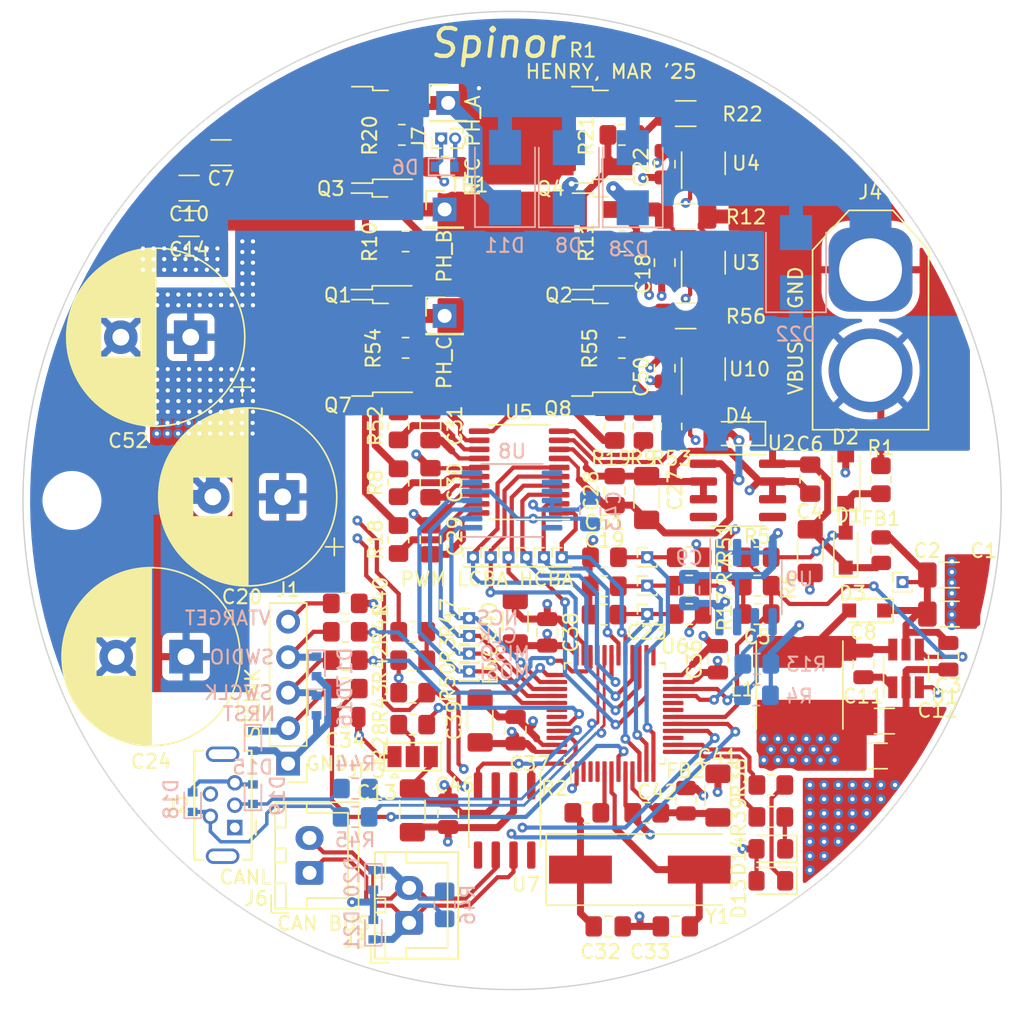
<source format=kicad_pcb>
(kicad_pcb (version 20211014) (generator pcbnew)
  (layers (0 "F.Cu" signal) (1 "In1.Cu" power) (2 "In2.Cu" power) (31 "B.Cu" signal) (34 "B.Paste" user) (35 "F.Paste" user) (36 "B.SilkS" user "B.Silkscreen") (37 "F.SilkS" user "F.Silkscreen") (38 "B.Mask" user) (39 "F.Mask" user) (44 "Edge.Cuts" user))
  (net 0 "")
  (net 1 "/rails/VBUS_PROT_HELDUP_FILT")
  (net 2 "GND")
  (net 3 "/rails/VBUS_PROT_HELDUP")
  (net 4 "Net-(C8-Pad1)")
  (net 5 "+15V")
  (net 6 "VBUS_SENSE")
  (net 7 "/power_stage_B/IL_SENSE")
  (net 8 "VDD")
  (net 9 "VDDA")
  (net 10 "/power_stage_A/IL_SENSE")
  (net 11 "VBUS")
  (net 12 "/power_stage_C/IL_SENSE")
  (net 13 "/rails/VBUS_PROT")
  (net 14 "/gate_driver/BOOST_A")
  (net 15 "/microcontroller/NRST_RAW")
  (net 16 "/gate_driver/BOOST_B")
  (net 17 "/microcontroller/SWCLK_RAW")
  (net 18 "/gate_driver/BOOST_C")
  (net 19 "/microcontroller/SWDIO_RAW")
  (net 20 "Net-(C32-Pad2)")
  (net 21 "/microcontroller/NRST")
  (net 22 "Net-(C33-Pad2)")
  (net 23 "LED_A")
  (net 24 "LED_B")
  (net 25 "/power_stage_B/ISENSE_P")
  (net 26 "/power_stage_A/ISENSE_P")
  (net 27 "Net-(D13-Pad1)")
  (net 28 "Net-(D14-Pad1)")
  (net 29 "/microcontroller/SWDIO")
  (net 30 "/microcontroller/SWCLK")
  (net 31 "Net-(D18-Pad1)")
  (net 32 "Net-(D19-Pad1)")
  (net 33 "/microcontroller/CANH")
  (net 34 "/microcontroller/CANL")
  (net 35 "/power_stage_C/ISENSE_P")
  (net 36 "/microcontroller/VTARGET")
  (net 40 "PHASE_A")
  (net 41 "PHASE_B")
  (net 42 "PHASE_C")
  (net 43 "Net-(JP3-Pad2)")
  (net 44 "Net-(Q1-Pad1)")
  (net 45 "Net-(Q2-Pad1)")
  (net 46 "Net-(Q3-Pad1)")
  (net 47 "Net-(Q4-Pad1)")
  (net 49 "Net-(R2-Pad1)")
  (net 50 "Net-(Q7-Pad1)")
  (net 51 "Net-(Q8-Pad1)")
  (net 52 "/thermistors/NTC_MTR_RAW")
  (net 53 "NTC_MTR")
  (net 54 "NTC_FET")
  (net 55 "Net-(R7-Pad2)")
  (net 56 "/gate_driver/GATE_H_B")
  (net 57 "/gate_driver/GATE_L_B")
  (net 60 "Net-(R17-Pad2)")
  (net 61 "/gate_driver/GATE_H_A")
  (net 62 "/gate_driver/GATE_L_A")
  (net 64 "/microcontroller/BOOT0")
  (net 65 "Net-(R51-Pad2)")
  (net 66 "/gate_driver/GATE_H_C")
  (net 67 "/gate_driver/GATE_L_C")
  (net 68 "/gate_driver/PWML_A")
  (net 69 "/gate_driver/PWML_B")
  (net 70 "/microcontroller/ENC_CLK")
  (net 71 "/gate_driver/PWML_C")
  (net 72 "/microcontroller/ENC_MISO")
  (net 73 "/microcontroller/ENC_MOSI")
  (net 74 "/gate_driver/PWMH_A")
  (net 75 "/gate_driver/PWMH_B")
  (net 76 "/gate_driver/PWMH_C")
  (net 77 "/microcontroller/CAN_TX")
  (net 78 "/microcontroller/CAN_RX")
  (net 86 "/microcontroller/ENC_NCS")
  (net 93 "/microcontroller/ROM_SDA")
  (net 94 "/microcontroller/ROM_SCL")
  (net 95 "/microcontroller/USB_D+")
  (net 96 "/microcontroller/USB_D-")
  (net 97 "/rails/TPS_SW")
  (footprint "Capacitor_SMD:C_1206_3216Metric_Pad1.33x1.80mm_HandSolder" (layer "F.Cu") (at 134.112 111.76)
    (fp_text reference "C11")
    (fp_text value "10u 25V")
  )
  (footprint "Connector_PinHeader_2.54mm:PinHeader_1x01_P2.54mm_Vertical" (layer "F.Cu") (at 102.64 82.764)
    (fp_text reference "J9" hide)
    (fp_text value "Conn_01x01")
  )
  (footprint "Resistor_SMD:R_0805_2012Metric_Pad1.20x1.40mm_HandSolder" (layer "F.Cu") (at 116.864 90.678 90)
    (fp_text reference "R9")
    (fp_text value "15R 1/4W")
  )
  (footprint "Package_TO_SOT_SMD:SOT-23-6_Handsoldering" (layer "F.Cu") (at 135.66 107.99 90)
    (fp_text reference "U1")
    (fp_text value "TPS560430X3FDBVR")
  )
  (footprint "Resistor_SMD:R_0805_2012Metric_Pad1.20x1.40mm_HandSolder" (layer "F.Cu") (at 125.984 116.332)
    (fp_text reference "R36")
    (fp_text value "330R")
  )
  (footprint "Capacitor_SMD:C_0805_2012Metric_Pad1.18x1.45mm_HandSolder" (layer "F.Cu") (at 119.15 126.452)
    (fp_text reference "C33")
    (fp_text value "27pF")
  )
  (footprint "MountingHole:MountingHole_3.2mm_M3" (layer "F.Cu") (at 138.962 95.972)
    (fp_text reference "H4" hide)
    (fp_text value "MountingHole")
  )
  (footprint "Package_TO_SOT_SMD:SOT-23-5" (layer "F.Cu") (at 121.158 71.842 90)
    (fp_text reference "U4")
    (fp_text value "INA180A3")
  )
  (footprint "Resistor_SMD:R_0805_2012Metric_Pad1.20x1.40mm_HandSolder" (layer "F.Cu") (at 99.846 77.429)
    (fp_text reference "R10")
    (fp_text value "10k")
  )
  (footprint "Capacitor_SMD:C_0805_2012Metric" (layer "F.Cu") (at 132.612 107.67 90)
    (fp_text reference "C8")
    (fp_text value "100n 50V")
  )
  (footprint "Capacitor_SMD:C_0805_2012Metric" (layer "F.Cu") (at 109.982 105.41 -90)
    (fp_text reference "C38")
    (fp_text value "100n 50V")
  )
  (footprint "Capacitor_SMD:C_0805_2012Metric" (layer "F.Cu") (at 122.198 107.336 90)
    (fp_text reference "C36")
    (fp_text value "100n 50V")
  )
  (footprint "Resistor_SMD:R_0805_2012Metric_Pad1.20x1.40mm_HandSolder" (layer "F.Cu") (at 125.984 118.618)
    (fp_text reference "R39")
    (fp_text value "100R")
  )
  (footprint "Capacitor_THT:CP_Radial_D12.5mm_P5.00mm" (layer "F.Cu") (at 84.135959 107.148 180)
    (fp_text reference "C24")
    (fp_text value "470u 50V")
  )
  (footprint "Package_TO_SOT_SMD:SOT-23-5" (layer "F.Cu") (at 121.158 78.954 90)
    (fp_text reference "U3")
    (fp_text value "INA180A3")
  )
  (footprint "Connector_PinHeader_1.00mm:PinHeader_1x02_P1.00mm_Vertical" (layer "F.Cu") (at 102.394 70.064 90)
    (fp_text reference "J7")
    (fp_text value "Conn_01x02")
  )
  (footprint "Connector_PinHeader_1.00mm:PinHeader_1x01_P1.00mm_Vertical" (layer "F.Cu") (at 109.752 100.036)
    (fp_text reference "TP14" hide)
    (fp_text value " ")
  )
  (footprint "Package_SO:TSSOP-20_4.4x6.5mm_P0.65mm" (layer "F.Cu") (at 107.974 93.94 180)
    (fp_text reference "U5")
    (fp_text value "DRV8300DPWR")
  )
  (footprint "Capacitor_THT:CP_Radial_D12.5mm_P5.00mm" (layer "F.Cu") (at 84.467918 84.288 180)
    (fp_text reference "C52")
    (fp_text value "470u 50V")
  )
  (footprint "Resistor_SMD:R_0805_2012Metric_Pad1.20x1.40mm_HandSolder" (layer "F.Cu") (at 95.528 109.434)
    (fp_text reference "R43")
    (fp_text value "100R")
  )
  (footprint "Capacitor_SMD:C_0805_2012Metric_Pad1.18x1.45mm_HandSolder" (layer "F.Cu") (at 114.808 95.2715 90)
    (fp_text reference "C28")
    (fp_text value "100n 50V")
  )
  (footprint "Connector_PinHeader_1.00mm:PinHeader_1x01_P1.00mm_Vertical" (layer "F.Cu") (at 105.942 100.036)
    (fp_text reference "TP8" hide)
    (fp_text value " ")
  )
  (footprint "Package_QFP:LQFP-48_7x7mm_P0.5mm" (layer "F.Cu") (at 114.832 111.212 90)
    (fp_text reference "U6")
    (fp_text value "STM32F072CBT6")
  )
  (footprint "Resistor_SMD:R_0805_2012Metric_Pad1.20x1.40mm_HandSolder" (layer "F.Cu") (at 125.008 102.068 180)
    (fp_text reference "R6")
    (fp_text value "10k")
  )
  (footprint "Capacitor_SMD:C_0805_2012Metric" (layer "F.Cu") (at 95.528 111.466 180)
    (fp_text reference "C34")
    (fp_text value "100n 50V")
  )
  (footprint "Resistor_SMD:R_0805_2012Metric" (layer "F.Cu") (at 133.882 99.528 90)
    (fp_text reference "FB1")
    (fp_text value "120R@100MHz")
  )
  (footprint "Resistor_SMD:R_0805_2012Metric_Pad1.20x1.40mm_HandSolder" (layer "F.Cu") (at 112.816 118.324 180)
    (fp_text reference "R2")
    (fp_text value "720R")
  )
  (footprint "Resistor_SMD:R_0805_2012Metric_Pad1.20x1.40mm_HandSolder" (layer "F.Cu") (at 99.338 98.766 90)
    (fp_text reference "R18")
    (fp_text value "15R 1/4W")
  )
  (footprint "Capacitor_SMD:C_1206_3216Metric_Pad1.33x1.80mm_HandSolder" (layer "F.Cu") (at 105.18 111.72 90)
    (fp_text reference "C39")
    (fp_text value "4.7u 50V")
  )
  (footprint "Capacitor_SMD:C_0805_2012Metric_Pad1.18x1.45mm_HandSolder" (layer "F.Cu") (at 114.3455 126.452 180)
    (fp_text reference "C32")
    (fp_text value "27pF")
  )
  (footprint "Package_TO_SOT_SMD:TO-252-2" (layer "F.Cu") (at 95.026 69.81 180)
    (fp_text reference "Q3")
    (fp_text value "TK90S06N1L")
  )
  (footprint "Inductor_SMD:L_Taiyo-Yuden_NR-60xx" (layer "F.Cu") (at 128.04 109.18 -90)
    (fp_text reference "L1")
    (fp_text value "33u")
  )
  (footprint "Resistor_SMD:R_0805_2012Metric_Pad1.20x1.40mm_HandSolder" (layer "F.Cu") (at 99.338 94.702 90)
    (fp_text reference "R8")
    (fp_text value "15R 1/4W")
  )
  (footprint "Resistor_SMD:R_0805_2012Metric_Pad1.20x1.40mm_HandSolder" (layer "F.Cu") (at 118.872 90.678 90)
    (fp_text reference "R53")
    (fp_text value "15R 1/4W")
  )
  (footprint "Resistor_SMD:R_0805_2012Metric_Pad1.20x1.40mm_HandSolder" (layer "F.Cu") (at 100.354 105.37 180)
    (fp_text reference "R47")
    (fp_text value "100R")
  )
  (footprint "Capacitor_SMD:C_0805_2012Metric" (layer "F.Cu") (at 138.684 107.122 90)
    (fp_text reference "C3")
    (fp_text value "100n 50V")
  )
  (footprint "Resistor_SMD:R_0805_2012Metric_Pad1.20x1.40mm_HandSolder" (layer "F.Cu") (at 114.062 102.108 180)
    (fp_text reference "C19")
    (fp_text value "10n")
  )
  (footprint "Connector_PinHeader_1.00mm:PinHeader_1x01_P1.00mm_Vertical" (layer "F.Cu") (at 104.672 100.036)
    (fp_text reference "TP9" hide)
    (fp_text value " ")
  )
  (footprint "Resistor_SMD:R_0805_2012Metric_Pad1.20x1.40mm_HandSolder" (layer "F.Cu") (at 120.142 100.036)
    (fp_text reference "R51")
    (fp_text value "100R")
  )
  (footprint "MountingHole:MountingHole_3.2mm_M3" (layer "F.Cu") (at 107.466 127.468)
    (fp_text reference "H2" hide)
    (fp_text value "MountingHole")
  )
  (footprint "Resistor_SMD:R_0805_2012Metric_Pad1.20x1.40mm_HandSolder" (layer "F.Cu") (at 95.528 103.338)
    (fp_text reference "R40")
    (fp_text value "100R")
  )
  (footprint "Capacitor_SMD:C_1206_3216Metric_Pad1.33x1.80mm_HandSolder" (layer "F.Cu") (at 86.638 71.08 180)
    (fp_text reference "C7")
    (fp_text value "4.7u 50V")
  )
  (footprint "Capacitor_SMD:C_1206_3216Metric_Pad1.33x1.80mm_HandSolder" (layer "F.Cu") (at 133.604 114.26)
    (fp_text reference "C12")
    (fp_text value "10u 25V")
  )
  (footprint "LED_SMD:LED_0805_2012Metric_Pad1.15x1.40mm_HandSolder" (layer "F.Cu") (at 125.984 123.19 180)
    (fp_text reference "D13")
    (fp_text value "RED")
  )
  (footprint "Resistor_SMD:R_0805_2012Metric_Pad1.20x1.40mm_HandSolder" (layer "F.Cu") (at 114.078 100.036 180)
    (fp_text reference "C51")
    (fp_text value "10n")
  )
  (footprint "Package_TO_SOT_SMD:TO-252-2" (layer "F.Cu") (at 94.991 77.429 180)
    (fp_text reference "Q1")
    (fp_text value "TK90S06N1L")
  )
  (footprint "Package_TO_SOT_SMD:TO-252-2" (layer "F.Cu") (at 110.816 77.43 180)
    (fp_text reference "Q2")
    (fp_text value "TK90S06N1L")
  )
  (footprint "Connector_PinHeader_1.00mm:PinHeader_1x01_P1.00mm_Vertical" (layer "F.Cu") (at 107.212 100.038)
    (fp_text reference "TP4" hide)
    (fp_text value " ")
  )
  (footprint "Capacitor_SMD:C_1206_3216Metric_Pad1.33x1.80mm_HandSolder" (layer "F.Cu") (at 138.7465 101.306)
    (fp_text reference "C2")
    (fp_text value "4.7u 50V")
  )
  (footprint "LED_SMD:LED_0805_2012Metric_Pad1.15x1.40mm_HandSolder" (layer "F.Cu") (at 125.984 120.904 180)
    (fp_text reference "D14")
    (fp_text value "BLU")
  )
  (footprint "Package_TO_SOT_SMD:SOT-23-5" (layer "F.Cu") (at 121.158 86.574 90)
    (fp_text reference "U10")
    (fp_text value "INA180A3")
  )
  (footprint "Capacitor_SMD:C_0805_2012Metric" (layer "F.Cu") (at 118.388 86.508 90)
    (fp_text reference "C50")
    (fp_text value "100n 50V")
  )
  (footprint "Diode_SMD:D_SOD-323_HandSoldering" (layer "F.Cu") (at 131.342 99.528 90)
    (fp_text reference "D1")
    (fp_text value "40V 1A")
  )
  (footprint "Diode_SMD:D_SOD-123" (layer "F.Cu") (at 131.342 94.448 90)
    (fp_text reference "D2")
    (fp_text value "26V Z")
  )
  (footprint "Connector_JST:JST_XH_B2B-XH-A_1x02_P2.50mm_Vertical" (layer "F.Cu") (at 100.1 126.198 90)
    (fp_text reference "J3")
    (fp_text value "Conn_01x02_Male")
  )
  (footprint "Resistor_SMD:R_1206_3216Metric_Pad1.30x1.75mm_HandSolder" (layer "F.Cu") (at 119.892 82.764)
    (fp_text reference "R56")
    (fp_text value "1m 1.5W")
  )
  (footprint "Resistor_SMD:R_1206_3216Metric_Pad1.30x1.75mm_HandSolder" (layer "F.Cu") (at 119.892 68.286)
    (fp_text reference "R22")
    (fp_text value "1m 1.5W")
  )
  (footprint "Capacitor_SMD:C_0805_2012Metric" (layer "F.Cu") (at 107.72 112.416 -90)
    (fp_text reference "C37")
    (fp_text value "100n 50V")
  )
  (footprint "Resistor_SMD:R_0805_2012Metric_Pad1.20x1.40mm_HandSolder" (layer "F.Cu") (at 125.008 100.036 180)
    (fp_text reference "R5")
    (fp_text value "100k")
  )
  (footprint "Capacitor_SMD:C_0805_2012Metric_Pad1.18x1.45mm_HandSolder" (layer "F.Cu") (at 101.624 94.702 90)
    (fp_text reference "C30")
    (fp_text value "470n 50V")
  )
  (footprint "Capacitor_SMD:C_0805_2012Metric" (layer "F.Cu") (at 118.388 71.908 90)
    (fp_text reference "C22")
    (fp_text value "100n 50V")
  )
  (footprint "Resistor_SMD:R_1206_3216Metric_Pad1.30x1.75mm_HandSolder" (layer "F.Cu") (at 119.892 75.652)
    (fp_text reference "R12")
    (fp_text value "1m 1.5W")
  )
  (footprint "Resistor_SMD:R_0805_2012Metric_Pad1.20x1.40mm_HandSolder" (layer "F.Cu") (at 100.354 112.014)
    (fp_text reference "R28")
    (fp_text value "100k")
  )
  (footprint "Connector_PinHeader_1.00mm:PinHeader_1x01_P1.00mm_Vertical" (layer "F.Cu") (at 117.134 102.068)
    (fp_text reference "TP5" hide)
    (fp_text value " ")
  )
  (footprint "Resistor_SMD:R_0805_2012Metric_Pad1.20x1.40mm_HandSolder" (layer "F.Cu") (at 120.142 104.1)
    (fp_text reference "R17")
    (fp_text value "100R")
  )
  (footprint "Resistor_SMD:R_0805_2012Metric_Pad1.20x1.40mm_HandSolder" (layer "F.Cu") (at 115.324 85.05)
    (fp_text reference "R55")
    (fp_text value "10k")
  )
  (footprint "Connector_JST:JST_XH_B2B-XH-A_1x02_P2.50mm_Vertical" (layer "F.Cu") (at 92.971 122.622 90)
    (fp_text reference "J6")
    (fp_text value "Conn_01x02_Male")
  )
  (footprint "Diode_SMD:D_SOD-323_HandSoldering" (layer "F.Cu") (at 123.698 91.186 180)
    (fp_text reference "D4")
    (fp_text value "40V 1A")
  )
  (footprint "Connector_PinHeader_1.00mm:PinHeader_1x01_P1.00mm_Vertical" (layer "F.Cu") (at 117.134 100.036)
    (fp_text reference "TP27" hide)
    (fp_text value " ")
  )
  (footprint "Connector_PinHeader_1.00mm:PinHeader_1x01_P1.00mm_Vertical" (layer "F.Cu") (at 135.406 101.814)
    (fp_text reference "TP1" hide)
    (fp_text value " ")
  )
  (footprint "Resistor_SMD:R_0805_2012Metric_Pad1.20x1.40mm_HandSolder" (layer "F.Cu") (at 115.324 69.81)
    (fp_text reference "R21")
    (fp_text value "10k")
  )
  (footprint "Crystal:Crystal_SMD_HC49-SD" (layer "F.Cu") (at 116.61 122.388)
    (fp_text reference "Y1")
    (fp_text value "8MHz 18pF")
  )
  (footprint "Package_TO_SOT_SMD:TO-252-2" (layer "F.Cu") (at 110.768 69.809 180)
    (fp_text reference "Q4")
    (fp_text value "TK90S06N1L")
  )
  (footprint "Resistor_SMD:R_0805_2012Metric" (layer "F.Cu") (at 119.912 117.4585 -90)
    (fp_text reference "FB2")
    (fp_text value "120R@100MHz")
  )
  (footprint "Capacitor_SMD:C_0805_2012Metric_Pad1.18x1.45mm_HandSolder" (layer "F.Cu") (at 101.624 98.7875 90)
    (fp_text reference "C29")
    (fp_text value "470n 50V")
  )
  (footprint "Resistor_SMD:R_0805_2012Metric_Pad1.20x1.40mm_HandSolder" (layer "F.Cu") (at 115.366 77.43)
    (fp_text reference "R11")
    (fp_text value "10k")
  )
  (footprint "Connector_PinHeader_1.00mm:PinHeader_1x01_P1.00mm_Vertical" (layer "F.Cu") (at 111.022 100.036)
    (fp_text reference "TP13" hide)
    (fp_text value " ")
  )
  (footprint "Package_SO:SOIC-8_3.9x4.9mm_P1.27mm" (layer "F.Cu") (at 106.934 118.872 -90)
    (fp_text reference "U7")
    (fp_text value "SN65HVD232")
  )
  (footprint "Resistor_SMD:R_0805_2012Metric_Pad1.20x1.40mm_HandSolder" (layer "F.Cu") (at 99.846 85.05)
    (fp_text reference "R54")
    (fp_text value "10k")
  )
  (footprint "MountingHole:MountingHole_3.2mm_M3" (layer "F.Cu") (at 75.97 95.972)
    (fp_text reference "H3" hide)
    (fp_text value "MountingHole")
  )
  (footprint "Resistor_SMD:R_0805_2012Metric_Pad1.20x1.40mm_HandSolder" (layer "F.Cu") (at 125.008 104.1 180)
    (fp_text reference "C5")
    (fp_text value "10n")
  )
  (footprint "Connector_PinHeader_1.00mm:PinHeader_1x01_P1.00mm_Vertical" (layer "F.Cu") (at 108.482 100.036)
    (fp_text reference "TP15" hide)
    (fp_text value " ")
  )
  (footprint "Resistor_SMD:R_0805_2012Metric_Pad1.20x1.40mm_HandSolder" (layer "F.Cu") (at 117.102 118.324 180)
    (fp_text reference "C42")
    (fp_text value "10n")
  )
  (footprint "Connector_PinHeader_2.54mm:PinHeader_1x01_P2.54mm_Vertical" (layer "F.Cu") (at 102.894 67.524)
    (fp_text reference "J5" hide)
    (fp_text value "Conn_01x01")
  )
  (footprint "Jumper:SolderJumper-3_P1.3mm_Open_Pad1.0x1.5mm" (layer "F.Cu") (at 100.354 114.3)
    (fp_text reference "JP3")
    (fp_text value " ")
  )
  (footprint "Connector_USB:USB_Mini-B_Tensility_54-00023_Vertical" (layer "F.Cu") (at 87.626 119.378 90)
    (fp_text reference "J2")
    (fp_text value "USB_B_Mini")
  )
  (footprint "Capacitor_SMD:C_0805_2012Metric" (layer "F.Cu") (at 102.894 118.39 90)
    (fp_text reference "C46")
    (fp_text value "100n 50V")
  )
  (footprint "Capacitor_SMD:C_0805_2012Metric" (layer "F.Cu") (at 118.388 78.954 90)
    (fp_text reference "C18")
    (fp_text value "100n 50V")
  )
  (footprint "Capacitor_SMD:C_1206_3216Metric_Pad1.33x1.80mm_HandSolder" (layer "F.Cu") (at 107.696 104.648 90)
    (fp_text reference "C40")
    (fp_text value "4.7u 50V")
  )
  (footprint "Resistor_SMD:R_0805_2012Metric_Pad1.20x1.40mm_HandSolder" (layer "F.Cu") (at 99.576 69.81)
    (fp_text reference "R20")
    (fp_text value "10k")
  )
  (footprint "Connector_PinHeader_1.00mm:PinHeader_1x01_P1.00mm_Vertical" (layer "F.Cu") (at 104.394 105.664)
    (fp_text reference "TP7" hide)
    (fp_text value " ")
  )
  (footprint "Connector_PinHeader_1.00mm:PinHeader_1x01_P1.00mm_Vertical" (layer "F.Cu") (at 104.394 108.204)
    (fp_text reference "TP11" hide)
    (fp_text value " ")
  )
  (footprint "Package_SO:SOIC-8_3.9x4.9mm_P1.27mm" (layer "F.Cu") (at 123.633 95.25)
    (fp_text reference "U2")
    (fp_text value "L78L12ABD-TR")
  )
  (footprint "Connector_AMASS:AMASS_XT60-M_1x02_P7.20mm_Vertical" (layer "F.Cu") (at 133.12 79.462 -90)
    (fp_text reference "J4")
    (fp_text value "Conn_01x02_Male")
  )
  (footprint "Capacitor_SMD:C_1206_3216Metric_Pad1.33x1.80mm_HandSolder" (layer "F.Cu") (at 128.802 99.599 -90)
    (fp_text reference "C4")
    (fp_text value "4.7u 50V")
  )
  (footprint "Resistor_SMD:R_0805_2012Metric_Pad1.20x1.40mm_HandSolder" (layer "F.Cu") (at 102.64 72.096)
    (fp_text reference "TH1")
    (fp_text value "10k NTC")
  )
  (footprint "Connector_PinHeader_1.00mm:PinHeader_1x01_P1.00mm_Vertical" (layer "F.Cu") (at 104.394 106.934)
    (fp_text reference "TP10" hide)
    (fp_text value " ")
  )
  (footprint "Diode_SMD:D_SOD-323_HandSoldering" (layer "F.Cu") (at 132.842 103.846 180)
    (fp_text reference "D3")
    (fp_text value "40V 1A")
  )
  (footprint "Connector_PinHeader_1.00mm:PinHeader_1x01_P1.00mm_Vertical" (layer "F.Cu") (at 117.134 104.1)
    (fp_text reference "TP6" hide)
    (fp_text value " ")
  )
  (footprint "Capacitor_SMD:C_1206_3216Metric_Pad1.33x1.80mm_HandSolder" (layer "F.Cu") (at 138.7465 104.1)
    (fp_text reference "C1")
    (fp_text value "4.7u 50V")
  )
  (footprint "Resistor_SMD:R_0805_2012Metric_Pad1.20x1.40mm_HandSolder" (layer "F.Cu") (at 100.354 109.728)
    (fp_text reference "R50")
    (fp_text value "4.7k")
  )
  (footprint "Capacitor_SMD:C_0805_2012Metric_Pad1.18x1.45mm_HandSolder" (layer "F.Cu") (at 101.624 90.6185 90)
    (fp_text reference "C31")
    (fp_text value "470n 50V")
  )
  (footprint "Package_TO_SOT_SMD:TO-252-2" (layer "F.Cu") (at 110.768 85.048 180)
    (fp_text reference "Q8")
    (fp_text value "TK90S06N1L")
  )
  (footprint "Connector_PinHeader_2.54mm:PinHeader_1x05_P2.54mm_Vertical" (layer "F.Cu") (at 91.44 114.808 180)
    (fp_text reference "J1")
    (fp_text value " ")
  )
  (footprint "Resistor_SMD:R_0805_2012Metric_Pad1.20x1.40mm_HandSolder" (layer "F.Cu") (at 95.528 107.402)
    (fp_text reference "R42")
    (fp_text value "100R")
  )
  (footprint "Resistor_SMD:R_0805_2012Metric_Pad1.20x1.40mm_HandSolder" (layer "F.Cu") (at 133.858 94.488 -90)
    (fp_text reference "R1")
    (fp_text value "15R 1/4W")
  )
  (footprint "Capacitor_SMD:C_0805_2012Metric_Pad1.18x1.45mm_HandSolder" (layer "F.Cu") (at 128.802 94.448 -90)
    (fp_text reference "C6")
    (fp_text value "470n 50V")
  )
  (footprint "Capacitor_SMD:C_1206_3216Metric_Pad1.33x1.80mm_HandSolder" (layer "F.Cu") (at 84.352 76.16 180)
    (fp_text reference "C14")
    (fp_text value "4.7u 50V")
  )
  (footprint "Capacitor_SMD:C_1206_3216Metric_Pad1.33x1.80mm_HandSolder" (layer "F.Cu") (at 84.352 73.62 180)
    (fp_text reference "C10")
    (fp_text value "4.7u 50V")
  )
  (footprint "Capacitor_SMD:C_1206_3216Metric_Pad1.33x1.80mm_HandSolder" (layer "F.Cu") (at 100.33 118.1485 -90)
    (fp_text reference "C13")
    (fp_text value "4.7u 50V")
  )
  (footprint "Resistor_SMD:R_0805_2012Metric_Pad1.20x1.40mm_HandSolder" (layer "F.Cu") (at 120.142 102.068)
    (fp_text reference "R7")
    (fp_text value "100R")
  )
  (footprint "Resistor_SMD:R_0805_2012Metric_Pad1.20x1.40mm_HandSolder" (layer "F.Cu") (at 114.808 90.678 90)
    (fp_text reference "R19")
    (fp_text value "15R 1/4W")
  )
  (footprint "Connector_PinHeader_1.00mm:PinHeader_1x01_P1.00mm_Vertical" (layer "F.Cu") (at 104.394 104.394)
    (fp_text reference "TP12" hide)
    (fp_text value " ")
  )
  (footprint "Resistor_SMD:R_0805_2012Metric_Pad1.20x1.40mm_HandSolder" (layer "F.Cu") (at 95.528 105.37)
    (fp_text reference "R41")
    (fp_text value "100R")
  )
  (footprint "Resistor_SMD:R_0805_2012Metric_Pad1.20x1.40mm_HandSolder" (layer "F.Cu") (at 114.046 104.14 180)
    (fp_text reference "C23")
    (fp_text value "10n")
  )
  (footprint "Capacitor_SMD:C_1206_3216Metric_Pad1.33x1.80mm_HandSolder" (layer "F.Cu") (at 122.198 117.0925 90)
    (fp_text reference "C41")
    (fp_text value "4.7u 50V")
  )
  (footprint "Package_TO_SOT_SMD:TO-252-2" (layer "F.Cu") (at 95.026 85.05 180)
    (fp_text reference "Q7")
    (fp_text value "TK90S06N1L")
  )
  (footprint "Capacitor_SMD:C_1206_3216Metric_Pad1.33x1.80mm_HandSolder" (layer "F.Cu") (at 117.094 95.7965 90)
    (fp_text reference "C27")
    (fp_text value "4.7u 50V")
  )
  (footprint "Connector_PinHeader_2.54mm:PinHeader_1x01_P2.54mm_Vertical" (layer "F.Cu") (at 102.64 75.144)
    (fp_text reference "J8" hide)
    (fp_text value "Conn_01x01")
  )
  (footprint "Capacitor_THT:CP_Radial_D12.5mm_P5.00mm" (layer "F.Cu") (at 91.051795 95.718 180)
    (fp_text reference "C20")
    (fp_text value "470u 50V")
  )
  (footprint "Resistor_SMD:R_0805_2012Metric_Pad1.20x1.40mm_HandSolder" (layer "F.Cu") (at 99.338 90.638 90)
    (fp_text reference "R52")
    (fp_text value "15R 1/4W")
  )
  (footprint "Resistor_SMD:R_0805_2012Metric_Pad1.20x1.40mm_HandSolder" (layer "F.Cu") (at 100.354 107.402)
    (fp_text reference "R3")
    (fp_text value "4.7k")
  )
  (footprint "Diode_SMD:D_SOD-523" (layer "B.Cu") (at 97.536 126.684 90)
    (fp_text reference "D21")
    (fp_text value "3.3V TVS")
  )
  (footprint "Diode_SMD:D_SOD-523" (layer "B.Cu") (at 97.536 123.128 -90)
    (fp_text reference "D20")
    (fp_text value "3.3V TVS")
  )
  (footprint "Package_SO:SOIC-8_3.9x4.9mm_P1.27mm" (layer "B.Cu") (at 124.206 102.173 -90)
    (fp_text reference "U9")
    (fp_text value "24LC08")
  )
  (footprint "Diode_SMD:D_SOD-523" (layer "B.Cu") (at 88.924 113.182 -90)
    (fp_text reference "D15")
    (fp_text value "3.3V TVS")
  )
  (footprint "Resistor_SMD:R_0805_2012Metric_Pad1.20x1.40mm_HandSolder" (layer "B.Cu") (at 96.234 118.618)
    (fp_text reference "R45")
    (fp_text value "100R")
  )
  (footprint "Diode_SMD:D_SMB" (layer "B.Cu") (at 106.958 72.858 90)
    (fp_text reference "D11")
    (fp_text value "26V TVS")
  )
  (footprint "Diode_SMD:D_SOD-523" (layer "B.Cu") (at 102.64 72.096)
    (fp_text reference "D6")
    (fp_text value "3.3V TVS")
  )
  (footprint "Capacitor_SMD:C_0805_2012Metric" (layer "B.Cu") (at 120.142 102.387 -90)
    (fp_text reference "C9")
    (fp_text value "100n 50V")
  )
  (footprint "Diode_SMD:D_SOD-523" (layer "B.Cu") (at 84.606 117.562 90)
    (fp_text reference "D18")
    (fp_text value "3.3V TVS")
  )
  (footprint "Package_SO:TSSOP-14_4.4x5mm_P0.65mm" (layer "B.Cu") (at 107.466 95.972)
    (fp_text reference "U8")
    (fp_text value "AS5047D")
  )
  (footprint "Diode_SMD:D_SOD-523" (layer "B.Cu") (at 88.924 116.992 90)
    (fp_text reference "D19")
    (fp_text value "3.3V TVS")
  )
  (footprint "Diode_SMD:D_SOD-523" (layer "B.Cu") (at 93.472 107.848 -90)
    (fp_text reference "D17")
    (fp_text value "3.3V TVS")
  )
  (footprint "Capacitor_SMD:C_0805_2012Metric" (layer "B.Cu") (at 113.054 96.734 90)
    (fp_text reference "C43")
    (fp_text value "100n 50V")
  )
  (footprint "Resistor_SMD:R_0805_2012Metric_Pad1.20x1.40mm_HandSolder" (layer "B.Cu") (at 96.25 116.586)
    (fp_text reference "R44")
    (fp_text value "100R")
  )
  (footprint "Diode_SMD:D_SMB" (layer "B.Cu") (at 111.53 72.876 90)
    (fp_text reference "D8")
    (fp_text value "26V TVS")
  )
  (footprint "Diode_SMD:D_SMB" (layer "B.Cu") (at 127.786 78.954 90)
    (fp_text reference "D22")
    (fp_text value "26V TVS")
  )
  (footprint "Diode_SMD:D_SOD-523" (layer "B.Cu") (at 93.472 110.642 -90)
    (fp_text reference "D16")
    (fp_text value "3.3V TVS")
  )
  (footprint "Resistor_SMD:R_0805_2012Metric_Pad1.20x1.40mm_HandSolder" (layer "B.Cu") (at 102.64 124.912 90)
    (fp_text reference "R46")
    (fp_text value "120R 1/4W")
  )
  (footprint "Diode_SMD:D_SMB" (layer "B.Cu") (at 116.102 72.876 90)
    (fp_text reference "D28")
    (fp_text value "26V TVS")
  )
  (footprint "Resistor_SMD:R_0805_2012Metric_Pad1.20x1.40mm_HandSolder" (layer "B.Cu") (at 124.952 109.915 180)
    (fp_text reference "R4")
    (fp_text value "4.7k")
  )
  (footprint "Resistor_SMD:R_0805_2012Metric_Pad1.20x1.40mm_HandSolder" (layer "B.Cu") (at 124.98 107.669 180)
    (fp_text reference "R13")
    (fp_text value "4.7k")
  )
  (gr_circle locked (center 107.466 95.972) (end 142.466 95.972) (layer "Edge.Cuts") (width 0.1) (fill none))
  (gr_text "VTARGET" (at 87.122 104.394) (layer "B.SilkS") (effects (font (size 1 1)) (justify mirror)))
  (gr_text "SWCLK" (at 87.884 109.728) (layer "B.SilkS") (effects (font (size 1 1)) (justify mirror)))
  (gr_text "NCS" (at 106.426 104.394) (layer "B.SilkS") (effects (font (size 1 1)) (justify mirror)))
  (gr_text "SWDIO" (at 88.138 107.188) (layer "B.SilkS") (effects (font (size 1 1)) (justify mirror)))
  (gr_text "MOSI" (at 106.934 108.204) (layer "B.SilkS") (effects (font (size 1 1)) (justify mirror)))
  (gr_text "CLK" (at 106.426 105.664) (layer "B.SilkS") (effects (font (size 1 1)) (justify mirror)))
  (gr_text "MISO" (at 106.934 106.934) (layer "B.SilkS") (effects (font (size 1 1)) (justify mirror)))
  (gr_text "NRST" (at 88.646 111.252) (layer "B.SilkS") (effects (font (size 1 1)) (justify mirror)))
  (gr_text "VBUS   GND" (at 127.762 83.82 90) (layer "F.SilkS") (effects (font (size 1 1))))
  (gr_text "STLINK" (at 88.9 110.49 90) (layer "F.SilkS") (effects (font (size 1 1))))
  (gr_text "Spinor" (at 106.426 63.246) (layer "F.SilkS") (effects (font (size 2 2) (thickness 0.3) italic)))
  (gr_text "R1" (at 112.522 63.754) (layer "F.SilkS") (effects (font (size 1 1))))
  (gr_text "HENRY, MAR '25" (at 114.554 65.278) (layer "F.SilkS") (effects (font (size 1 1))))
  (gr_text "CANL" (at 88.392 122.936) (layer "F.SilkS") (effects (font (size 1 1))))
  (gr_text "PWM LCBA HCBA" (at 105.664 101.6) (layer "F.SilkS") (effects (font (size 1 1))))
  (gr_text "NTC PH_A" (at 104.648 70.612 90) (layer "F.SilkS") (effects (font (size 1 1))))
  (gr_text "PH_C" (at 102.616 86.106 90) (layer "F.SilkS") (effects (font (size 1 1))))
  (gr_text "GND" (at 94.234 114.808) (layer "F.SilkS") (effects (font (size 1 1))))
  (gr_text "CAN BUS" (at 93.98 126.238) (layer "F.SilkS") (effects (font (size 1 1))))
  (gr_text "ENC" (at 105.918 107.696 90) (layer "F.SilkS") (effects (font (size 1 1))))
  (gr_text "PH_B" (at 102.616 78.486 90) (layer "F.SilkS") (effects (font (size 1 1))))
  (segment (start 135.66 105.434) (end 135.66 104.878) (width 0.5) (layer "F.Cu") (net 1))
  (segment (start 134.092 103.846) (end 136.93 103.846) (width 0.5) (layer "F.Cu") (net 1))
  (segment (start 135.406 101.814) (end 136.676 101.814) (width 0.3) (layer "F.Cu") (net 1))
  (segment (start 136.676 101.814) (end 137.184 101.306) (width 0.3) (layer "F.Cu") (net 1))
  (segment (start 135.684 105.41) (end 135.66 105.434) (width 0.5) (layer "F.Cu") (net 1))
  (segment (start 134.4935 98.6155) (end 137.184 101.306) (width 0.5) (layer "F.Cu") (net 1))
  (segment (start 135.66 104.878) (end 136.438 104.1) (width 0.5) (layer "F.Cu") (net 1))
  (segment (start 133.882 98.6155) (end 134.4935 98.6155) (width 0.5) (layer "F.Cu") (net 1))
  (segment (start 136.93 103.846) (end 137.184 104.1) (width 0.5) (layer "F.Cu") (net 1))
  (segment (start 137.184 101.306) (end 137.184 104.1) (width 0.5) (layer "F.Cu") (net 1))
  (segment (start 136.438 104.1) (end 137.184 104.1) (width 0.5) (layer "F.Cu") (net 1))
  (segment (start 138.684 106.172) (end 137.922 105.41) (width 0.5) (layer "F.Cu") (net 1))
  (segment (start 137.922 105.41) (end 135.684 105.41) (width 0.5) (layer "F.Cu") (net 1))
  (segment (start 135.66 106.64) (end 135.66 105.434) (width 0.5) (layer "F.Cu") (net 1))
  (segment (start 113.370528 94.234) (end 114.808 94.234) (width 0.5) (layer "F.Cu") (net 2))
  (segment (start 96.478 111.466) (end 96.478 112.734) (width 0.5) (layer "F.Cu") (net 2))
  (segment (start 112.582 107.0495) (end 112.582 106.210959) (width 0.3) (layer "F.Cu") (net 2))
  (segment (start 116.102 118.642) (end 117.348 119.888) (width 0.5) (layer "F.Cu") (net 2))
  (segment (start 120.913106 68.814894) (end 121.442 68.286) (width 0.3) (layer "F.Cu") (net 2))
  (segment (start 110.8365 92.315) (end 111.818106 92.315) (width 0.3) (layer "F.Cu") (net 2))
  (segment (start 113.062 102.108) (end 113.062 104.124) (width 0.3) (layer "F.Cu") (net 2))
  (segment (start 102.894 120.372) (end 102.87 120.396) (width 0.5) (layer "F.Cu") (net 2))
  (segment (start 119.247 86.599) (end 118.388 87.458) (width 0.5) (layer "F.Cu") (net 2))
  (segment (start 118.999 94.615) (end 117.475 94.615) (width 0.5) (layer "F.Cu") (net 2))
  (segment (start 112.582 106.210959) (end 112.024521 105.653479) (width 0.3) (layer "F.Cu") (net 2))
  (segment (start 103.394 70.064) (end 103.394 71.85) (width 0.3) (layer "F.Cu") (net 2))
  (segment (start 107.696 103.886) (end 108.27 104.46) (width 0.5) (layer "F.Cu") (net 2))
  (segment (start 122.198 115.53) (end 122.198 116.816) (width 0.5) (layer "F.Cu") (net 2))
  (segment (start 121.442 75.662) (end 120.904 76.2) (width 0.3) (layer "F.Cu") (net 2))
  (segment (start 122.428 89.408) (end 123.19 89.408) (width 0.5) (layer "F.Cu") (net 2))
  (segment (start 121.442 75.652) (end 121.442 75.662) (width 0.3) (layer "F.Cu") (net 2))
  (segment (start 113.078 100.036) (end 113.078 102.092) (width 0.3) (layer "F.Cu") (net 2))
  (segment (start 128.802 101.1615) (end 128.802 102.338) (width 0.5) (layer "F.Cu") (net 2))
  (segment (start 124.008 102.068) (end 124.008 104.1) (width 0.3) (layer "F.Cu") (net 2))
  (segment (start 123.444 98.044) (end 122.682 98.806) (width 0.5) (layer "F.Cu") (net 2))
  (segment (start 120.65 92.456) (end 120.142 92.456) (width 0.5) (layer "F.Cu") (net 2))
  (segment (start 116.84 72.898) (end 116.88 72.858) (width 0.5) (layer "F.Cu") (net 2))
  (segment (start 117.43 87.458) (end 117.348 87.376) (width 0.5) (layer "F.Cu") (net 2))
  (segment (start 113.062 104.124) (end 113.046 104.14) (width 0.3) (layer "F.Cu") (net 2))
  (segment (start 114.808 94.234) (end 117.094 94.234) (width 0.5) (layer "F.Cu") (net 2))
  (segment (start 126.108 94.615) (end 125.095 94.615) (width 0.5) (layer "F.Cu") (net 2))
  (segment (start 127.9315 94.615) (end 128.802 95.4855) (width 0.5) (layer "F.Cu") (net 2))
  (segment (start 113.078 102.092) (end 113.062 102.108) (width 0.3) (layer "F.Cu") (net 2))
  (segment (start 121.158 79.502) (end 120.585 78.929) (width 0.5) (layer "F.Cu") (net 2))
  (segment (start 106.426 119.38) (end 102.934 119.38) (width 0.5) (layer "F.Cu") (net 2))
  (segment (start 122.682 98.806) (end 122.682 101.092) (width 0.5) (layer "F.Cu") (net 2))
  (segment (start 108.966 112.014) (end 108.966 111.76) (width 0.5) (layer "F.Cu") (net 2))
  (segment (start 128.802 102.338) (end 128.778 102.362) (width 0.5) (layer "F.Cu") (net 2))
  (segment (start 109.982 104.46) (end 109.982 103.378) (width 0.5) (layer "F.Cu") (net 2))
  (segment (start 118.388 87.458) (end 117.43 87.458) (width 0.5) (layer "F.Cu") (net 2))
  (segment (start 122.682 101.092) (end 123.658 102.068) (width 0.5) (layer "F.Cu") (net 2))
  (segment (start 126.108 95.885) (end 126.108 94.615) (width 0.5) (layer "F.Cu") (net 2))
  (segment (start 109.22 113.03) (end 109.22 112.966) (width 0.5) (layer "F.Cu") (net 2))
  (segment (start 116.626 125.77) (end 116.586 125.73) (width 0.5) (layer "F.Cu") (net 2))
  (segment (start 113.078 100.036) (end 113.078 99.012) (width 0.5) (layer "F.Cu") (net 2))
  (segment (start 122.198 107.466) (end 122.174 107.442) (width 0.5) (layer "F.Cu") (net 2))
  (segment (start 109.22 112.966) (end 108.617 112.363) (width 0.5) (layer "F.Cu") (net 2))
  (segment (start 108.617 112.363) (end 107.72 111.466) (width 0.5) (layer "F.Cu") (net 2))
  (segment (start 118.999 93.599) (end 118.999 94.615) (width 0.5) (layer "F.Cu") (net 2))
  (segment (start 112.024521 105.653479) (end 110.831041 104.46) (width 0.5) (layer "F.Cu") (net 2))
  (segment (start 122.108 70.7045) (end 122.108 70.527786) (width 0.3) (layer "F.Cu") (net 2))
  (segment (start 121.412 90.424) (end 122.428 89.408) (width 0.5) (layer "F.Cu") (net 2))
  (segment (start 108.617 112.363) (end 108.966 112.014) (width 0.5) (layer "F.Cu") (net 2))
  (segment (start 120.904 76.2) (end 120.904 76.435787) (width 0.3) (layer "F.Cu") (net 2))
  (segment (start 121.442 82.764) (end 123.976 82.764) (width 1) (layer "F.Cu") (net 2))
  (segment (start 116.102 118.324) (end 116.102 118.642) (width 0.5) (layer "F.Cu") (net 2))
  (segment (start 122.108 70.527786) (end 120.913106 69.332893) (width 0.3) (layer "F.Cu") (net 2))
  (segment (start 120.142 92.456) (end 118.999 93.599) (width 0.5) (layer "F.Cu") (net 2))
  (segment (start 121.442 68.286) (end 123.722 68.286) (width 1) (layer "F.Cu") (net 2))
  (segment (start 120.913106 69.332893) (end 120.913106 68.814894) (width 0.3) (layer "F.Cu") (net 2))
  (segment (start 82.7895 76.16) (end 82.7895 77.7225) (width 1) (layer "F.Cu") (net 2))
  (segment (start 138.684 108.072) (end 135.768 108.072) (width 0.5) (layer "F.Cu") (net 2))
  (segment (start 116.88 72.858) (end 118.388 72.858) (width 0.5) (layer "F.Cu") (net 2))
  (segment (start 121.442 82.764) (end 121.442 82.774) (width 0.3) (layer "F.Cu") (net 2))
  (segment (start 107.72 111.466) (end 106.4885 111.466) (width 0.5) (layer "F.Cu") (net 2))
  (segment (start 140.309 101.306) (end 140.309 104.1) (width 0.5) (layer "F.Cu") (net 2))
  (segment (start 120.635 71.867) (end 119.379 71.867) (width 0.5) (layer "F.Cu") (net 2))
  (segment (start 116.626 126.452) (end 118.1125 126.452) (width 0.5) (layer "F.Cu") (net 2))
  (segment (start 122.198 116.816) (end 122.174 116.84) (width 0.5) (layer "F.Cu") (net 2))
  (segment (start 117.475 94.615) (end 117.094 94.234) (width 0.5) (layer "F.Cu") (net 2))
  (segment (start 123.19 89.408) (end 123.976 88.622) (width 1) (layer "F.Cu") (net 2))
  (segment (start 121.158 95.885) (end 121.158 94.615) (width 0.5) (layer "F.Cu") (net 2))
  (segment (start 123.976 88.622) (end 123.976 82.764) (width 1) (layer "F.Cu") (net 2))
  (segment (start 85.0755 71.08) (end 85.0755 71.334) (width 1) (layer "F.Cu") (net 2))
  (segment (start 120.585 78.929) (end 119.363 78.929) (width 0.5) (layer "F.Cu") (net 2))
  (segment (start 115.582 115.3745) (end 115.582 117.804) (width 0.3) (layer "F.Cu") (net 2))
  (segment (start 100.4085 119.34) (end 100.33 119.4185) (width 0.5) (layer "F.Cu") (net 2))
  (segment (start 125.095 94.615) (end 124.46 95.25) (width 0.5) (layer "F.Cu") (net 2))
  (segment (start 121.442 75.652) (end 124.23 75.652) (width 1) (layer "F.Cu") (net 2))
  (segment (start 120.658 86.599) (end 119.247 86.599) (width 0.5) (layer "F.Cu") (net 2))
  (segment (start 102.894 119.34) (end 100.4085 119.34) (width 0.5) (layer "F.Cu") (net 2))
  (segment (start 121.158 87.099) (end 120.658 86.599) (width 0.5) (layer "F.Cu") (net 2))
  (segment (start 110.831041 104.46) (end 109.982 104.46) (width 0.5) (layer "F.Cu") (net 2))
  (segment (start 107.569 116.397) (end 107.569 118.237) (width 0.5) (layer "F.Cu") (net 2))
  (segment (start 121.158 72.9795) (end 121.158 72.39) (width 0.5) (layer "F.Cu") (net 2))
  (segment (start 112.768 93.631472) (end 113.370528 94.234) (width 0.5) (layer "F.Cu") (net 2))
  (segment (start 121.158 87.7115) (end 121.158 87.099) (width 0.5) (layer "F.Cu") (net 2))
  (segment (start 96.52 112.776) (end 98.044 114.3) (width 0.3) (layer "F.Cu") (net 2))
  (segment (start 121.412 92.456) (end 121.412 90.424) (width 0.5) (layer "F.Cu") (net 2))
  (segment (start 109.982 104.46) (end 108.27 104.46) (width 0.5) (layer "F.Cu") (net 2))
  (segment (start 120.804 94.615) (end 118.999 94.615) (width 0.5) (layer "F.Cu") (net 2))
  (segment (start 119.379 71.867) (end 118.388 72.858) (width 0.5) (layer "F.Cu") (net 2))
  (segment (start 118.9945 108.962) (end 120.4 108.962) (width 0.3) (layer "F.Cu") (net 2))
  (segment (start 131.342 93.956) (end 131.318 93.98) (width 0.5) (layer "F.Cu") (net 2))
  (segment (start 109.652 113.462) (end 109.22 113.03) (width 0.3) (layer "F.Cu") (net 2))
  (segment (start 118.1725 80.1195) (end 118.388 79.904) (width 0.5) (layer "F.Cu") (net 2))
  (segment (start 98.044 114.3) (end 99.054 114.3) (width 0.3) (layer "F.Cu") (net 2))
  (segment (start 121.076 108.286) (end 122.198 108.286) (width 0.5) (layer "F.Cu") (net 2))
  (segment (start 120.904 83.82) (end 122.108 85.024) (width 0.3) (layer "F.Cu") (net 2))
  (segment (start 126.108 94.615) (end 127.9315 94.615) (width 0.5) (layer "F.Cu") (net 2))
  (segment (start 107.696 103.0855) (end 107.696 103.886) (width 0.5) (layer "F.Cu") (net 2))
  (segment (start 121.158 80.0915) (end 121.158 79.502) (width 0.5) (layer "F.Cu") (net 2))
  (segment (start 102.894 119.34) (end 102.894 120.372) (width 0.5) (layer "F.Cu") (net 2))
  (segment (start 113.078 99.012) (end 113.284 98.806) (width 0.5) (layer "F.Cu") (net 2))
  (segment (start 115.383 126.452) (end 116.626 126.452) (width 0.5) (layer "F.Cu") (net 2))
  (segment (start 85.0755 71.334) (end 82.7895 73.62) (width 1) (layer "F.Cu") (net 2))
  (segment (start 96.478 112.734) (end 96.52 112.776) (width 0.5) (layer "F.Cu") (net 2))
  (segment (start 106.4885 111.466) (end 105.18 110.1575) (width 0.5) (layer "F.Cu") (net 2))
  (segment (start 122.198 108.286) (end 122.198 107.466) (width 0.5) (layer "F.Cu") (net 2))
  (segment (start 120.65 92.456) (end 121.412 92.456) (width 0.5) (layer "F.Cu") (net 2))
  (segment (start 110.6695 113.462) (end 109.652 113.462) (width 0.3) (layer "F.Cu") (net 2))
  (segment (start 121.158 72.39) (end 120.635 71.867) (width 0.5) (layer "F.Cu") (net 2))
  (segment (start 115.582 117.804) (end 116.102 118.324) (width 0.3) (layer "F.Cu") (net 2))
  (segment (start 135.66 108.18) (end 135.66 109.34) (width 0.5) (layer "F.Cu") (net 2))
  (segment (start 119.363 78.929) (end 118.388 79.904) (width 0.5) (layer "F.Cu") (net 2))
  (segment (start 131.342 92.798) (end 131.342 93.956) (width 0.5) (layer "F.Cu") (net 2))
  (segment (start 126.108 94.615) (end 125.195 94.615) (width 0.5) (layer "F.Cu") (net 2))
  (segment (start 102.934 119.38) (end 102.894 119.34) (width 0.5) (layer "F.Cu") (net 2))
  (segment (start 116.626 126.452) (end 116.626 125.77) (width 0.5) (layer "F.Cu") (net 2))
  (segment (start 120.4 108.962) (end 120.65 108.712) (width 0.3) (layer "F.Cu") (net 2))
  (segment (start 120.65 108.712) (end 121.076 108.286) (width 0.5) (layer "F.Cu") (net 2))
  (segment (start 123.658 102.068) (end 124.008 102.068) (width 0.5) (layer "F.Cu") (net 2))
  (segment (start 82.7895 77.7225) (end 82.574 77.938) (width 1) (layer "F.Cu") (net 2))
  (segment (start 118.1725 81.3395) (end 118.1725 80.1195) (width 0.5) (layer "F.Cu") (net 2))
  (segment (start 122.108 85.024) (end 122.108 85.4365) (width 0.3) (layer "F.Cu") (net 2))
  (segment (start 103.394 71.85) (end 103.64 72.096) (width 0.3) (layer "F.Cu") (net 2))
  (segment (start 82.7895 73.62) (end 82.7895 76.16) (width 1) (layer "F.Cu") (net 2))
  (segment (start 125.195 94.615) (end 123.036 92.456) (width 0.5) (layer "F.Cu") (net 2))
  (segment (start 111.818106 92.315) (end 112.768 93.264894) (width 0.3) (layer "F.Cu") (net 2))
  (segment (start 135.768 108.072) (end 135.66 108.18) (width 0.5) (layer "F.Cu") (net 2))
  (segment (start 135.66 109.34) (end 135.66 111.7455) (width 0.5) (layer "F.Cu") (net 2))
  (segment (start 120.904 76.435787) (end 122.108 77.639787) (width 0.3) (layer "F.Cu") (net 2))
  (segment (start 123.036 92.456) (end 120.65 92.456) (width 0.5) (layer "F.Cu") (net 2))
  (segment (start 135.66 111.7455) (end 135.6745 111.76) (width 0.5) (layer "F.Cu") (net 2))
  (segment (start 120.904 83.312) (end 120.904 83.82) (width 0.3) (layer "F.Cu") (net 2))
  (segment (start 112.768 93.264894) (end 112.768 93.631472) (width 0.3) (layer "F.Cu") (net 2))
  (segment (start 107.569 118.237) (end 106.426 119.38) (width 0.5) (layer "F.Cu") (net 2))
  (segment (start 122.108 77.639787) (end 122.108 77.8165) (width 0.3) (layer "F.Cu") (net 2))
  (segment (start 121.442 82.774) (end 120.904 83.312) (width 0.3) (layer "F.Cu") (net 2))
  (via (at 129.794 117.348) (size 0.7) (drill 0.3) (layers "F.Cu" "B.Cu") (net 2))
  (via (at 138.938 103.378) (size 0.7) (drill 0.3) (layers "F.Cu" "B.Cu") (net 2))
  (via (at 83.336 77.938) (size 0.7) (drill 0.3) (layers "F.Cu" "B.Cu") (net 2))
  (via (at 129.794 121.412) (size 0.7) (drill 0.3) (layers "F.Cu" "B.Cu") (net 2))
  (via (at 128.778 102.362) (size 0.7) (drill 0.3) (layers "F.Cu" "B.Cu") (net 2))
  (via (at 83.336 78.7) (size 0.7) (drill 0.3) (layers "F.Cu" "B.Cu") (net 2))
  (via (at 123.444 98.044) (size 0.7) (drill 0.3) (layers "F.Cu" "B.Cu") (net 2))
  (via (at 126.492 98.298) (size 0.7) (drill 0.3) (layers "F.Cu" "B.Cu") (net 2))
  (via (at 113.284 98.806) (size 0.7) (drill 0.3) (layers "F.Cu" "B.Cu") (net 2))
  (via (at 131.826 119.38) (size 0.7) (drill 0.3) (layers "F.Cu" "B.Cu") (net 2))
  (via (at 85.622 79.462) (size 0.7) (drill 0.3) (layers "F.Cu" "B.Cu") (net 2))
  (via (at 131.826 117.348) (size 0.7) (drill 0.3) (layers "F.Cu" "B.Cu") (net 2))
  (via (at 122.174 107.442) (size 0.7) (drill 0.3) (layers "F.Cu" "B.Cu") (net 2))
  (via (at 138.938 104.902) (size 0.7) (drill 0.3) (layers "F.Cu" "B.Cu") (net 2))
  (via (at 138.938 100.33) (size 0.7) (drill 0.3) (layers "F.Cu" "B.Cu") (net 2))
  (via (at 84.098 77.938) (size 0.7) (drill 0.3) (layers "F.Cu" "B.Cu") (net 2))
  (via (at 131.826 118.364) (size 0.7) (drill 0.3) (layers "F.Cu" "B.Cu") (net 2))
  (via (at 138.938 101.092) (size 0.7) (drill 0.3) (layers "F.Cu" "B.Cu") (net 2))
  (via (at 128.778 120.396) (size 0.7) (drill 0.3) (layers "F.Cu" "B.Cu") (net 2))
  (via (at 128.778 118.364) (size 0.7) (drill 0.3) (layers "F.Cu" "B.Cu") (net 2))
  (via (at 82.574 78.7) (size 0.7) (drill 0.3) (layers "F.Cu" "B.Cu") (net 2))
  (via (at 133.858 116.332) (size 0.7) (drill 0.3) (layers "F.Cu" "B.Cu") (net 2))
  (via (at 128.778 119.38) (size 0.7) (drill 0.3) (layers "F.Cu" "B.Cu") (net 2))
  (via (at 134.874 116.332) (size 0.7) (drill 0.3) (layers "F.Cu" "B.Cu") (net 2))
  (via (at 117.348 119.888) (size 0.7) (drill 0.3) (layers "F.Cu" "B.Cu") (net 2))
  (via (at 105.0935 66.468664) (size 0.7) (drill 0.3) (layers "F.Cu" "B.Cu") (net 2))
  (via (at 84.86 78.7) (size 0.7) (drill 0.3) (layers "F.Cu" "B.Cu") (net 2))
  (via (at 132.842 117.348) (size 0.7) (drill 0.3) (layers "F.Cu" "B.Cu") (net 2))
  (via (at 86.384 77.938) (size 0.7) (drill 0.3) (layers "F.Cu" "B.Cu") (net 2))
  (via (at 86.384 79.462) (size 0.7) (drill 0.3) (layers "F.Cu" "B.Cu") (net 2))
  (via (at 82.574 77.938) (size 0.7) (drill 0.3) (layers "F.Cu" "B.Cu") (net 2))
  (via (at 130.81 120.396) (size 0.7) (drill 0.3) (layers "F.Cu" "B.Cu") (net 2))
  (via (at 128.778 121.412) (size 0.7) (drill 0.3) (layers "F.Cu" "B.Cu") (net 2))
  (via (at 84.86 77.938) (size 0.7) (drill 0.3) (layers "F.Cu" "B.Cu") (net 2))
  (via (at 128.778 122.428) (size 0.7) (drill 0.3) (layers "F.Cu" "B.Cu") (net 2))
  (via (at 96.012 124.714) (size 0.7) (drill 0.3) (layers "F.Cu" "B.Cu") (net 2))
  (via (at 81.05 77.938) (size 0.7) (drill 0.3) (layers "F.Cu" "B.Cu") (net 2))
  (via (at 85.622 78.7) (size 0.7) (drill 0.3) (layers "F.Cu" "B.Cu") (net 2))
  (via (at 84.098 78.7) (size 0.7) (drill 0.3) (layers "F.Cu" "B.Cu") (net 2))
  (via (at 81.812 77.938) (size 0.7) (drill 0.3) (layers "F.Cu" "B.Cu") (net 2))
  (via (at 130.81 117.348) (size 0.7) (drill 0.3) (layers "F.Cu" "B.Cu") (net 2))
  (via (at 81.05 79.462) (size 0.7) (drill 0.3) (layers "F.Cu" "B.Cu") (net 2))
  (via (at 85.622 77.938) (size 0.7) (drill 0.3) (layers "F.Cu" "B.Cu") (net 2))
  (via (at 102.87 120.396) (size 0.7) (drill 0.3) (layers "F.Cu" "B.Cu") (net 2))
  (via (at 108.966 111.76) (size 0.7) (drill 0.3) (layers "F.Cu" "B.Cu") (net 2))
  (via (at 83.336 79.462) (size 0.7) (drill 0.3) (layers "F.Cu" "B.Cu") (net 2))
  (via (at 128.778 117.348) (size 0.7) (drill 0.3) (layers "F.Cu" "B.Cu") (net 2))
  (via (at 124.46 95.25) (size 0.7) (drill 0.3) (layers "F.Cu" "B.Cu") (net 2))
  (via (at 129.794 118.364) (size 0.7) (drill 0.3) (layers "F.Cu" "B.Cu") (net 2))
  (via (at 109.982 103.378) (size 0.7) (drill 0.3) (layers "F.Cu" "B.Cu") (net 2))
  (via (at 81.812 79.462) (size 0.7) (drill 0.3) (layers "F.Cu" "B.Cu") (net 2))
  (via (at 138.938 101.854) (size 0.7) (drill 0.3) (layers "F.Cu" "B.Cu") (net 2))
  (via (at 81.05 78.7) (size 0.7) (drill 0.3) (layers "F.Cu" "B.Cu") (net 2))
  (via (at 96.52 112.776) (size 0.7) (drill 0.3) (layers "F.Cu" "B.Cu") (net 2))
  (via (at 132.842 118.364) (size 0.7) (drill 0.3) (layers "F.Cu" "B.Cu") (net 2))
  (via (at 116.84 72.898) (size 0.7) (drill 0.3) (layers "F.Cu" "B.Cu") (net 2))
  (via (at 129.794 119.38) (size 0.7) (drill 0.3) (layers "F.Cu" "B.Cu") (net 2))
  (via (at 130.81 118.364) (size 0.7) (drill 0.3) (layers "F.Cu" "B.Cu") (net 2))
  (via (at 132.842 116.332) (size 0.7) (drill 0.3) (layers "F.Cu" "B.Cu") (net 2))
  (via (at 108.976 97.272) (size 0.7) (drill 0.3) (layers "F.Cu" "B.Cu") (net 2))
  (via (at 118.1725 81.3395) (size 0.7) (drill 0.3) (layers "F.Cu" "B.Cu") (net 2))
  (via (at 82.574 79.462) (size 0.7) (drill 0.3) (layers "F.Cu" "B.Cu") (net 2))
  (via (at 138.938 102.616) (size 0.7) (drill 0.3) (layers "F.Cu" "B.Cu") (net 2))
  (via (at 86.384 78.7) (size 0.7) (drill 0.3) (layers "F.Cu" "B.Cu") (net 2))
  (via (at 84.86 79.462) (size 0.7) (drill 0.3) (layers "F.Cu" "B.Cu") (net 2))
  (via (at 84.098 79.462) (size 0.7) (drill 0.3) (layers "F.Cu" "B.Cu") (net 2))
  (via (at 131.826 116.332) (size 0.7) (drill 0.3) (layers "F.Cu" "B.Cu") (net 2))
  (via (at 131.318 93.98) (size 0.7) (drill 0.3) (layers "F.Cu" "B.Cu") (net 2))
  (via (at 129.794 120.396) (size 0.7) (drill 0.3) (layers "F.Cu" "B.Cu") (net 2))
  (via (at 128.778 116.332) (size 0.7) (drill 0.3) (layers "F.Cu" "B.Cu") (net 2))
  (via (at 129.794 116.332) (size 0.7) (drill 0.3) (layers "F.Cu" "B.Cu") (net 2))
  (via (at 122.174 116.84) (size 0.7) (drill 0.3) (layers "F.Cu" "B.Cu") (net 2))
  (via (at 133.858 117.348) (size 0.7) (drill 0.3) (layers "F.Cu" "B.Cu") (net 2))
  (via (at 117.348 87.376) (size 0.7) (drill 0.3) (layers "F.Cu" "B.Cu") (net 2))
  (via (at 130.81 116.332) (size 0.7) (drill 0.3) (layers "F.Cu" "B.Cu") (net 2))
  (via (at 116.586 125.73) (size 0.7) (drill 0.3) (layers "F.Cu" "B.Cu") (net 2))
  (via (at 138.938 104.14) (size 0.7) (drill 0.3) (layers "F.Cu" "B.Cu") (net 2))
  (via (at 130.81 119.38) (size 0.7) (drill 0.3) (layers "F.Cu" "B.Cu") (net 2))
  (via (at 81.812 78.7) (size 0.7) (drill 0.3) (layers "F.Cu" "B.Cu") (net 2))
  (segment (start 116.102 70.726) (end 116.102 68.35) (width 1) (layer "B.Cu") (net 2))
  (segment (start 84.606 116.562) (end 85.09 116.078) (width 0.3) (layer "B.Cu") (net 2))
  (segment (start 87.526 116.078) (end 87.626 116.178) (width 0.3) (layer "B.Cu") (net 2))
  (segment (start 84.606 116.862) (end 84.606 116.562) (width 0.3) (layer "B.Cu") (net 2))
  (segment (start 108.976 97.272) (end 107.848424 97.272) (width 0.3) (layer "B.Cu") (net 2))
  (segment (start 123.571 104.648) (end 123.571 101.473) (width 0.3) (layer "B.Cu") (net 2))
  (segment (start 88.924 113.882) (end 90.514 113.882) (width 0.5) (layer "B.Cu") (net 2))
  (segment (start 94.272 111.976) (end 93.472 112.776) (width 0.5) (layer "B.Cu") (net 2))
  (segment (start 110.3285 97.272) (end 108.976 97.272) (width 0.3) (layer "B.Cu") (net 2))
  (segment (start 86.051795 95.718) (end 84.606 95.718) (width 1) (layer "B.Cu") (net 2))
  (segment (start 88.924 116.292) (end 87.74 116.292) (width 0.3) (layer "B.Cu") (net 2))
  (segment (start 103.394 72.042) (end 103.34 72.096) (width 0.3) (layer "B.Cu") (net 2))
  (segment (start 126.111 98.679) (end 126.492 98.298) (width 0.5) (layer "B.Cu") (net 2))
  (segment (start 93.472 112.776) (end 91.44 114.808) (width 0.5) (layer "B.Cu") (net 2))
  (segment (start 93.472 108.548) (end 94.272 109.348) (width 0.5) (layer "B.Cu") (net 2))
  (segment (start 85.09 116.078) (end 87.526 116.078) (width 0.3) (layer "B.Cu") (net 2))
  (segment (start 125.476 101.346) (end 126.111 100.711) (width 0.5) (layer "B.Cu") (net 2))
  (segment (start 120.142 101.437) (end 120.233 101.346) (width 0.5) (layer "B.Cu") (net 2))
  (segment (start 126.111 100.711) (end 126.111 99.698) (width 0.5) (layer "B.Cu") (net 2))
  (segment (start 133.12 79.462) (end 133.12 75.144) (width 3) (layer "B.Cu") (net 2))
  (segment (start 123.698 101.346) (end 125.476 101.346) (width 0.5) (layer "B.Cu") (net 2))
  (segment (start 87.74 116.292) (end 87.626 116.178) (width 0.3) (layer "B.Cu") (net 2))
  (segment (start 126.111 99.698) (end 126.111 98.679) (width 0.5) (layer "B.Cu") (net 2))
  (segment (start 93.472 111.342) (end 93.472 112.776) (width 0.5) (layer "B.Cu") (net 2))
  (segment (start 110.3285 97.272) (end 112.642 97.272) (width 0.3) (layer "B.Cu") (net 2))
  (segment (start 97.536 124.714) (end 97.536 123.828) (width 0.5) (layer "B.Cu") (net 2))
  (segment (start 86.051795 95.718) (end 86.051795 93.510205) (width 1) (layer "B.Cu") (net 2))
  (segment (start 106.958 70.708) (end 106.958 68.286) (width 1) (layer "B.Cu") (net 2))
  (segment (start 112.642 97.272) (end 113.054 97.684) (width 0.3) (layer "B.Cu") (net 2))
  (segment (start 97.536 125.984) (end 97.536 124.714) (width 0.5) (layer "B.Cu") (net 2))
  (segment (start 94.272 109.348) (end 94.272 111.976) (width 0.5) (layer "B.Cu") (net 2))
  (segment (start 105.898424 95.322) (end 104.6035 95.322) (width 0.3) (layer "B.Cu") (net 2))
  (segment (start 107.848424 97.272) (end 105.898424 95.322) (width 0.3) (layer "B.Cu") (net 2))
  (segment (start 133.12 75.144) (end 131.596 73.62) (width 3) (layer "B.Cu") (net 2))
  (segment (start 122.301 99.698) (end 126.111 99.698) (width 0.3) (layer "B.Cu") (net 2))
  (segment (start 123.571 101.473) (end 123.698 101.346) (width 0.3) (layer "B.Cu") (net 2))
  (segment (start 111.53 70.726) (end 111.53 68.286) (width 1) (layer "B.Cu") (net 2))
  (segment (start 90.514 113.882) (end 91.44 114.808) (width 0.5) (layer "B.Cu") (net 2))
  (segment (start 127.786 76.804) (end 127.786 73.62) (width 1) (layer "B.Cu") (net 2))
  (segment (start 97.536 124.714) (end 96.012 124.714) (width 0.5) (layer "B.Cu") (net 2))
  (segment (start 120.233 101.346) (end 123.698 101.346) (width 0.5) (layer "B.Cu") (net 2))
  (segment (start 116.102 68.35) (end 116.078 68.326) (width 1) (layer "B.Cu") (net 2))
  (segment (start 103.394 70.064) (end 103.394 72.042) (width 0.3) (layer "B.Cu") (net 2))
  (segment (start 133.5445 100.778) (end 133.882 100.4405) (width 0.5) (layer "F.Cu") (net 3))
  (segment (start 126.108 92.326) (end 126.108 93.345) (width 0.5) (layer "F.Cu") (net 3))
  (segment (start 126.108 93.345) (end 128.7365 93.345) (width 0.5) (layer "F.Cu") (net 3))
  (segment (start 131.342 100.5765) (end 128.802 98.0365) (width 0.5) (layer "F.Cu") (net 3))
  (segment (start 130.048 94.488) (end 128.9705 93.4105) (width 0.5) (layer "F.Cu") (net 3))
  (segment (start 128.802 98.02) (end 130.048 96.774) (width 0.5) (layer "F.Cu") (net 3))
  (segment (start 128.7365 93.345) (end 128.802 93.4105) (width 0.5) (layer "F.Cu") (net 3))
  (segment (start 128.802 98.0365) (end 128.802 98.02) (width 0.5) (layer "F.Cu") (net 3))
  (segment (start 128.9705 93.4105) (end 128.802 93.4105) (width 0.5) (layer "F.Cu") (net 3))
  (segment (start 131.342 100.778) (end 133.5445 100.778) (width 0.5) (layer "F.Cu") (net 3))
  (segment (start 131.342 100.778) (end 131.342 100.5765) (width 0.5) (layer "F.Cu") (net 3))
  (segment (start 130.048 96.774) (end 130.048 94.488) (width 0.5) (layer "F.Cu") (net 3))
  (segment (start 124.948 91.186) (end 124.968 91.186) (width 0.5) (layer "F.Cu") (net 3))
  (segment (start 124.968 91.186) (end 126.108 92.326) (width 0.5) (layer "F.Cu") (net 3))
  (segment (start 134.02 108.62) (end 132.612 108.62) (width 0.5) (layer "F.Cu") (net 4))
  (segment (start 134.71 109.31) (end 134.02 108.62) (width 0.5) (layer "F.Cu") (net 4))
  (segment (start 134.71 109.34) (end 134.71 109.31) (width 0.5) (layer "F.Cu") (net 4))
  (segment (start 112.268 94.488) (end 114.089 96.309) (width 0.5) (layer "F.Cu") (net 5))
  (segment (start 123.036 93.98) (end 123.036 94.334) (width 0.5) (layer "F.Cu") (net 5))
  (segment (start 114.089 96.309) (end 114.808 96.309) (width 0.5) (layer "F.Cu") (net 5))
  (segment (start 123.698 91.694) (end 123.19 91.186) (width 0.5) (layer "F.Cu") (net 5))
  (segment (start 116.044 96.309) (end 117.094 97.359) (width 0.5) (layer "F.Cu") (net 5))
  (segment (start 112.268 94.488) (end 112.193 94.413) (width 0.25) (layer "F.Cu") (net 5))
  (segment (start 122.401 93.345) (end 123.036 93.98) (width 0.5) (layer "F.Cu") (net 5))
  (segment (start 123.036 97.282) (end 122.02 98.298) (width 0.5) (layer "F.Cu") (net 5))
  (segment (start 123.544 94.334) (end 123.698 94.488) (width 0.5) (layer "F.Cu") (net 5))
  (segment (start 123.036 94.334) (end 123.544 94.334) (width 0.5) (layer "F.Cu") (net 5))
  (segment (start 123.036 94.334) (end 123.036 97.282) (width 0.5) (layer "F.Cu") (net 5))
  (segment (start 112.193 93.632959) (end 111.525041 92.965) (width 0.25) (layer "F.Cu") (net 5))
  (segment (start 114.3215 96.0335) (end 114.808 96.0335) (width 0.3) (layer "F.Cu") (net 5))
  (segment (start 121.158 93.345) (end 122.401 93.345) (width 0.5) (layer "F.Cu") (net 5))
  (segment (start 123.19 91.186) (end 122.448 91.186) (width 0.5) (layer "F.Cu") (net 5))
  (segment (start 111.525041 92.965) (end 110.8365 92.965) (width 0.25) (layer "F.Cu") (net 5))
  (segment (start 122.02 98.298) (end 118.387 98.298) (width 0.5) (layer "F.Cu") (net 5))
  (segment (start 112.193 94.413) (end 112.193 93.632959) (width 0.25) (layer "F.Cu") (net 5))
  (segment (start 114.808 96.309) (end 116.044 96.309) (width 0.5) (layer "F.Cu") (net 5))
  (segment (start 118.387 98.298) (end 117.448 97.359) (width 0.5) (layer "F.Cu") (net 5))
  (via (at 123.698 91.694) (size 0.8) (drill 0.4) (layers "F.Cu" "B.Cu") (net 5))
  (via (at 123.698 94.488) (size 0.8) (drill 0.4) (layers "F.Cu" "B.Cu") (net 5))
  (segment (start 123.698 94.488) (end 123.698 91.694) (width 0.5) (layer "B.Cu") (net 5))
  (segment (start 137.131626 107.161626) (end 136.61 106.64) (width 0.3) (layer "F.Cu") (net 6))
  (segment (start 123.564373 106.305627) (end 125.77 104.1) (width 0.3) (layer "F.Cu") (net 6))
  (segment (start 126.008 102.068) (end 126.008 104.1) (width 0.3) (layer "F.Cu") (net 6))
  (segment (start 133.35 102.108) (end 131.318 102.108) (width 0.3) (layer "F.Cu") (net 6))
  (segment (start 125.77 104.1) (end 126.008 104.1) (width 0.3) (layer "F.Cu") (net 6))
  (segment (start 123.564373 110.623627) (end 123.564373 106.305627) (width 0.3) (layer "F.Cu") (net 6))
  (segment (start 131.318 102.108) (end 130.048 103.378) (width 0.3) (layer "F.Cu") (net 6))
  (segment (start 139.7 107.161626) (end 137.131626 107.161626) (width 0.3) (layer "F.Cu") (net 6))
  (segment (start 118.9945 111.462) (end 122.726 111.462) (width 0.3) (layer "F.Cu") (net 6))
  (segment (start 122.726 111.462) (end 123.564373 110.623627) (width 0.3) (layer "F.Cu") (net 6))
  (segment (start 124.008 100.036) (end 124.008 100.068) (width 0.3) (layer "F.Cu") (net 6))
  (segment (start 127.318 103.378) (end 126.008 102.068) (width 0.3) (layer "F.Cu") (net 6))
  (segment (start 124.008 100.068) (end 126.008 102.068) (width 0.3) (layer "F.Cu") (net 6))
  (segment (start 130.048 103.378) (end 127.318 103.378) (width 0.3) (layer "F.Cu") (net 6))
  (via (at 139.7 107.161626) (size 0.7) (drill 0.3) (layers "F.Cu" "B.Cu") (net 6))
  (via (at 133.35 102.108) (size 0.7) (drill 0.3) (layers "F.Cu" "B.Cu") (net 6))
  (segment (start 138.403626 107.161626) (end 133.35 102.108) (width 0.3) (layer "B.Cu") (net 6))
  (segment (start 139.7 107.161626) (end 138.403626 107.161626) (width 0.3) (layer "B.Cu") (net 6))
  (segment (start 115.062 102.108) (end 117.094 102.108) (width 0.3) (layer "F.Cu") (net 7))
  (segment (start 117.082 113.404209) (end 117.082 115.3745) (width 0.3) (layer "F.Cu") (net 7))
  (segment (start 116.423343 112.745552) (end 117.082 113.404209) (width 0.3) (layer "F.Cu") (net 7))
  (segment (start 117.134 102.068) (end 119.142 102.068) (width 0.3) (layer "F.Cu") (net 7))
  (segment (start 117.094 102.108) (end 117.134 102.068) (width 0.3) (layer "F.Cu") (net 7))
  (via (at 116.423343 112.745552) (size 0.7) (drill 0.3) (layers "F.Cu" "B.Cu") (net 7))
  (segment (start 116.332 112.654209) (end 116.332 106.452) (width 0.3) (layer "B.Cu") (net 7))
  (segment (start 118.11 103.044) (end 117.134 102.068) (width 0.3) (layer "B.Cu") (net 7))
  (segment (start 116.423343 112.745552) (end 116.332 112.654209) (width 0.3) (layer "B.Cu") (net 7))
  (segment (start 118.11 104.674) (end 118.11 103.044) (width 0.3) (layer "B.Cu") (net 7))
  (segment (start 116.332 106.452) (end 118.11 104.674) (width 0.3) (layer "B.Cu") (net 7))
  (segment (start 99.354 108.672) (end 99.354 109.728) (width 0.3) (layer "F.Cu") (net 8))
  (segment (start 109.982 106.36) (end 109.982 105.5095) (width 0.5) (layer "F.Cu") (net 8))
  (segment (start 112.082 116.264) (end 111.76 116.586) (width 0.3) (layer "F.Cu") (net 8))
  (segment (start 109.982 106.36) (end 107.8455 106.36) (width 0.5) (layer "F.Cu") (net 8))
  (segment (start 106.299 116.397) (end 106.299 117.729) (width 0.5) (layer "F.Cu") (net 8))
  (segment (start 120.208 70.7045) (end 118.6415 70.7045) (width 0.5) (layer "F.Cu") (net 8))
  (segment (start 120.396 107.696) (end 121.706 106.386) (width 0.5) (layer "F.Cu") (net 8))
  (segment (start 118.388 78.004) (end 120.0205 78.004) (width 0.5) (layer "F.Cu") (net 8))
  (segment (start 137.534 109.34) (end 137.922 109.728) (width 0.3) (layer "F.Cu") (net 8))
  (segment (start 101.654 114.3) (end 101.654 114.9695) (width 0.3) (layer "F.Cu") (net 8))
  (segment (start 101.4765 117.44) (end 100.33 116.2935) (width 0.5) (layer "F.Cu") (net 8))
  (segment (start 118.388 85.558) (end 120.0865 85.558) (width 0.5) (layer "F.Cu") (net 8))
  (segment (start 111.3925 106.36) (end 112.082 107.0495) (width 0.3) (layer "F.Cu") (net 8))
  (segment (start 105.2635 113.366) (end 105.18 113.2825) (width 0.5) (layer "F.Cu") (net 8))
  (segment (start 102.894 116.61) (end 102.616 116.332) (width 0.5) (layer "F.Cu") (net 8))
  (segment (start 106.299 117.729) (end 105.664 118.364) (width 0.5) (layer "F.Cu") (net 8))
  (segment (start 107.72 112.8) (end 107.442 112.522) (width 0.5) (layer "F.Cu") (net 8))
  (segment (start 99.354 107.402) (end 99.354 108.672) (width 0.3) (layer "F.Cu") (net 8))
  (segment (start 108.54 113.366) (end 107.72 113.366) (width 0.5) (layer "F.Cu") (net 8))
  (segment (start 107.72 113.366) (end 107.72 112.8) (width 0.5) (layer "F.Cu") (net 8))
  (segment (start 118.388 85.558) (end 118.266497 85.558) (width 0.5) (layer "F.Cu") (net 8))
  (segment (start 109.982 106.36) (end 111.3925 106.36) (width 0.5) (layer "F.Cu") (net 8))
  (segment (start 118.388 71.273374) (end 117.850422 71.810952) (width 0.5) (layer "F.Cu") (net 8))
  (segment (start 120.61 116.546) (end 121.158 117.094) (width 0.5) (layer "F.Cu") (net 8))
  (segment (start 107.8455 106.36) (end 107.696 106.2105) (width 0.5) (layer "F.Cu") (net 8))
  (segment (start 121.88 106.386) (end 121.158 105.664) (width 0.5) (layer "F.Cu") (net 8))
  (segment (start 120.396 107.696) (end 119.63 108.462) (width 0.3) (layer "F.Cu") (net 8))
  (segment (start 102.894 117.44) (end 102.894 116.61) (width 0.5) (layer "F.Cu") (net 8))
  (segment (start 96.528 103.338) (end 97.496 103.338) (width 0.5) (layer "F.Cu") (net 8))
  (segment (start 117.213 81.210264) (end 117.213 79.179) (width 0.5) (layer "F.Cu") (net 8))
  (segment (start 120.0205 78.004) (end 120.208 77.8165) (width 0.5) (layer "F.Cu") (net 8))
  (segment (start 122.198 106.386) (end 121.88 106.386) (width 0.5) (layer "F.Cu") (net 8))
  (segment (start 105.664 118.364) (end 103.818 118.364) (width 0.5) (layer "F.Cu") (net 8))
  (segment (start 124.959 123.19) (end 124.959 120.904) (width 0.3) (layer "F.Cu") (net 8))
  (segment (start 118.388 70.958) (end 118.388 71.273374) (width 0.5) (layer "F.Cu") (net 8))
  (segment (start 118.266497 85.558) (end 117.348 86.476497) (width 0.5) (layer "F.Cu") (net 8))
  (segment (start 119.63 108.462) (end 118.9945 108.462) (width 0.3) (layer "F.Cu") (net 8))
  (segment (start 117.275478 81.272742) (end 117.213 81.210264) (width 0.5) (layer "F.Cu") (net 8))
  (segment (start 112.082 115.3745) (end 112.082 116.264) (width 0.3) (layer "F.Cu") (net 8))
  (segment (start 119.912 116.546) (end 120.61 116.546) (width 0.5) (layer "F.Cu") (net 8))
  (segment (start 107.72 113.366) (end 105.2635 113.366) (width 0.5) (layer "F.Cu") (net 8))
  (segment (start 101.654 114.9695) (end 100.33 116.2935) (width 0.3) (layer "F.Cu") (net 8))
  (segment (start 120.0865 85.558) (end 120.208 85.4365) (width 0.5) (layer "F.Cu") (net 8))
  (segment (start 109.136 113.962) (end 108.966 113.792) (width 0.3) (layer "F.Cu") (net 8))
  (segment (start 124.959 120.904) (end 123.952 120.904) (width 0.5) (layer "F.Cu") (net 8))
  (segment (start 102.894 117.44) (end 101.4765 117.44) (width 0.5) (layer "F.Cu") (net 8))
  (segment (start 117.213 79.179) (end 118.388 78.004) (width 0.5) (layer "F.Cu") (net 8))
  (segment (start 121.706 106.386) (end 122.198 106.386) (width 0.5) (layer "F.Cu") (net 8))
  (segment (start 110.6695 113.962) (end 109.136 113.962) (width 0.3) (layer "F.Cu") (net 8))
  (segment (start 136.61 109.34) (end 137.534 109.34) (width 0.3) (layer "F.Cu") (net 8))
  (segment (start 118.6415 70.7045) (end 118.388 70.958) (width 0.5) (layer "F.Cu") (net 8))
  (segment (start 103.818 118.364) (end 102.894 117.44) (width 0.5) (layer "F.Cu") (net 8))
  (segment (start 108.966 113.792) (end 108.54 113.366) (width 0.5) (layer "F.Cu") (net 8))
  (segment (start 97.496 103.338) (end 97.536 103.378) (width 0.5) (layer "F.Cu") (net 8))
  (via (at 111.76 116.586) (size 0.7) (drill 0.3) (layers "F.Cu" "B.Cu") (net 8))
  (via (at 137.922 109.728) (size 0.7) (drill 0.3) (layers "F.Cu" "B.Cu") (net 8))
  (via (at 128.524 114.554) (size 0.7) (drill 0.3) (layers "F.Cu" "B.Cu") (net 8))
  (via (at 122.712448 103.215343) (size 0.7) (drill 0.3) (layers "F.Cu" "B.Cu") (net 8))
  (via (at 117.348 86.476497) (size 0.7) (drill 0.3) (layers "F.Cu" "B.Cu") (net 8))
  (via (at 125.476 114.554) (size 0.7) (drill 0.3) (layers "F.Cu" "B.Cu") (net 8))
  (via (at 126.492 113.03) (size 0.7) (drill 0.3) (layers "F.Cu" "B.Cu") (net 8))
  (via (at 126.492 114.554) (size 0.7) (drill 0.3) (layers "F.Cu" "B.Cu") (net 8))
  (via (at 108.966 96.2645) (size 0.7) (drill 0.3) (layers "F.Cu" "B.Cu") (net 8))
  (via (at 125.984 113.792) (size 0.7) (drill 0.3) (layers "F.Cu" "B.Cu") (net 8))
  (via (at 117.275478 81.272742) (size 0.7) (drill 0.3) (layers "F.Cu" "B.Cu") (net 8))
  (via (at 128.016 113.792) (size 0.7) (drill 0.3) (layers "F.Cu" "B.Cu") (net 8))
  (via (at 125.476 113.03) (size 0.7) (drill 0.3) (layers "F.Cu" "B.Cu") (net 8))
  (via (at 130.556 114.554) (size 0.7) (drill 0.3) (layers "F.Cu" "B.Cu") (net 8))
  (via (at 127.508 114.554) (size 0.7) (drill 0.3) (layers "F.Cu" "B.Cu") (net 8))
  (via (at 123.952 120.904) (size 0.7) (drill 0.3) (layers "F.Cu" "B.Cu") (net 8))
  (via (at 128.524 113.03) (size 0.7) (drill 0.3) (layers "F.Cu" "B.Cu") (net 8))
  (via (at 99.354 108.672) (size 0.7) (drill 0.3) (layers "F.Cu" "B.Cu") (net 8))
  (via (at 102.616 116.332) (size 0.7) (drill 0.3) (layers "F.Cu" "B.Cu") (net 8))
  (via (at 107.442 112.522) (size 0.7) (drill 0.3) (layers "F.Cu" "B.Cu") (net 8))
  (via (at 97.536 103.378) (size 0.7) (drill 0.3) (layers "F.Cu" "B.Cu") (net 8))
  (via (at 129.54 114.554) (size 0.7) (drill 0.3) (layers "F.Cu" "B.Cu") (net 8))
  (via (at 129.032 113.792) (size 0.7) (drill 0.3) (layers "F.Cu" "B.Cu") (net 8))
  (via (at 121.158 117.094) (size 0.7) (drill 0.3) (layers "F.Cu" "B.Cu") (net 8))
  (via (at 130.048 113.792) (size 0.7) (drill 0.3) (layers "F.Cu" "B.Cu") (net 8))
  (via (at 121.158 105.664) (size 0.7) (drill 0.3) (layers "F.Cu" "B.Cu") (net 8))
  (via (at 127.508 113.03) (size 0.7) (drill 0.3) (layers "F.Cu" "B.Cu") (net 8))
  (via (at 109.982 105.5095) (size 0.7) (drill 0.3) (layers "F.Cu" "B.Cu") (net 8))
  (via (at 117.850422 71.810952) (size 0.7) (drill 0.3) (layers "F.Cu" "B.Cu") (net 8))
  (via (at 128.016 104.902) (size 0.7) (drill 0.3) (layers "F.Cu" "B.Cu") (net 8))
  (via (at 129.54 113.03) (size 0.7) (drill 0.3) (layers "F.Cu" "B.Cu") (net 8))
  (via (at 130.556 113.03) (size 0.7) (drill 0.3) (layers "F.Cu" "B.Cu") (net 8))
  (via (at 127 113.792) (size 0.7) (drill 0.3) (layers "F.Cu" "B.Cu") (net 8))
  (segment (start 120.142 103.337) (end 121.879 103.337) (width 0.5) (layer "B.Cu") (net 8))
  (segment (start 110.3285 96.622) (end 109.3235 96.622) (width 0.3) (layer "B.Cu") (net 8))
  (segment (start 112.216 96.622) (end 113.054 95.784) (width 0.3) (layer "B.Cu") (net 8))
  (segment (start 125.98 109.887) (end 125.952 109.915) (width 0.3) (layer "B.Cu") (net 8))
  (segment (start 122.301 103.626791) (end 122.712448 103.215343) (width 0.5) (layer "B.Cu") (net 8))
  (segment (start 122.301 104.648) (end 122.301 103.626791) (width 0.5) (layer "B.Cu") (net 8))
  (segment (start 110.3285 96.622) (end 110.3285 95.972) (width 0.3) (layer "B.Cu") (net 8))
  (segment (start 125.98 107.669) (end 125.98 109.887) (width 0.3) (layer "B.Cu") (net 8))
  (segment (start 121.879 103.337) (end 122.301 103.759) (width 0.5) (layer "B.Cu") (net 8))
  (segment (start 110.3285 96.622) (end 112.216 96.622) (width 0.3) (layer "B.Cu") (net 8))
  (segment (start 109.3235 96.622) (end 108.966 96.2645) (width 0.3) (layer "B.Cu") (net 8))
  (segment (start 122.301 103.759) (end 122.301 104.648) (width 0.5) (layer "B.Cu") (net 8))
  (segment (start 125.98 106.938) (end 128.016 104.902) (width 0.5) (layer "B.Cu") (net 8))
  (segment (start 125.98 107.669) (end 125.98 106.938) (width 0.5) (layer "B.Cu") (net 8))
  (segment (start 118.102 118.324) (end 119.865 118.324) (width 0.5) (layer "F.Cu") (net 9))
  (segment (start 117.816 118.324) (end 118.102 118.324) (width 0.3) (layer "F.Cu") (net 9))
  (segment (start 119.865 118.324) (end 119.912 118.371) (width 0.3) (layer "F.Cu") (net 9))
  (segment (start 116.082 116.59) (end 117.816 118.324) (width 0.3) (layer "F.Cu") (net 9))
  (segment (start 119.912 118.371) (end 121.914 118.371) (width 0.5) (layer "F.Cu") (net 9))
  (segment (start 116.082 115.3745) (end 116.082 116.59) (width 0.3) (layer "F.Cu") (net 9))
  (segment (start 121.914 118.371) (end 122.198 118.655) (width 0.3) (layer "F.Cu") (net 9))
  (segment (start 119.142 104.1) (end 117.134 104.1) (width 0.3) (layer "F.Cu") (net 10))
  (segment (start 117.134 104.1) (end 115.086 104.1) (width 0.3) (layer "F.Cu") (net 10))
  (segment (start 115.086 104.1) (end 115.046 104.14) (width 0.3) (layer "F.Cu") (net 10))
  (segment (start 116.582 114.042) (end 116.582 115.3745) (width 0.3) (layer "F.Cu") (net 10))
  (segment (start 115.57 113.03) (end 116.582 114.042) (width 0.3) (layer "F.Cu") (net 10))
  (via (at 115.57 113.03) (size 0.7) (drill 0.3) (layers "F.Cu" "B.Cu") (net 10))
  (segment (start 115.57 106.172) (end 117.134 104.608) (width 0.3) (layer "B.Cu") (net 10))
  (segment (start 117.134 104.608) (end 117.134 104.1) (width 0.3) (layer "B.Cu") (net 10))
  (segment (start 115.57 113.03) (end 115.57 106.172) (width 0.3) (layer "B.Cu") (net 10))
  (segment (start 91.656 71.08) (end 92.926 69.81) (width 1) (layer "F.Cu") (net 11))
  (segment (start 85.9145 73.62) (end 91.21 73.62) (width 1) (layer "F.Cu") (net 11))
  (segment (start 85.9145 76.16) (end 89.178 76.16) (width 1) (layer "F.Cu") (net 11))
  (segment (start 133.858 93.488) (end 133.858 87.4) (width 0.5) (layer "F.Cu") (net 11))
  (segment (start 133.858 87.4) (end 133.12 86.662) (width 0.5) (layer "F.Cu") (net 11))
  (segment (start 88.2005 71.08) (end 91.656 71.08) (width 1) (layer "F.Cu") (net 11))
  (via (at 88.924 82.002) (size 0.7) (drill 0.3) (layers "F.Cu" "B.Cu") (net 11))
  (via (at 88.162 89.622) (size 0.7) (drill 0.3) (layers "F.Cu" "B.Cu") (net 11))
  (via (at 83.59 88.098) (size 0.7) (drill 0.3) (layers "F.Cu" "B.Cu") (net 11))
  (via (at 85.114 81.24) (size 0.7) (drill 0.3) (layers "F.Cu" "B.Cu") (net 11))
  (via (at 85.876 86.574) (size 0.7) (drill 0.3) (layers "F.Cu" "B.Cu") (net 11))
  (via (at 86.614 91.186) (size 0.7) (drill 0.3) (layers "F.Cu" "B.Cu") (net 11))
  (via (at 82.828 88.86) (size 0.7) (drill 0.3) (layers "F.Cu" "B.Cu") (net 11))
  (via (at 82.828 86.574) (size 0.7) (drill 0.3) (layers "F.Cu" "B.Cu") (net 11))
  (via (at 88.924 77.43) (size 0.7) (drill 0.3) (layers "F.Cu" "B.Cu") (net 11))
  (via (at 82.042 90.424) (size 0.7) (drill 0.3) (layers "F.Cu" "B.Cu") (net 11))
  (via (at 87.376 90.424) (size 0.7) (drill 0.3) (layers "F.Cu" "B.Cu") (net 11))
  (via (at 85.114 88.86) (size 0.7) (drill 0.3) (layers "F.Cu" "B.Cu") (net 11))
  (via (at 87.4 86.574) (size 0.7) (drill 0.3) (layers "F.Cu" "B.Cu") (net 11))
  (via (at 85.852 90.424) (size 0.7) (drill 0.3) (layers "F.Cu" "B.Cu") (net 11))
  (via (at 83.59 81.24) (size 0.7) (drill 0.3) (layers "F.Cu" "B.Cu") (net 11))
  (via (at 88.162 78.192) (size 0.7) (drill 0.3) (layers "F.Cu" "B.Cu") (net 11))
  (via (at 88.924 86.574) (size 0.7) (drill 0.3) (layers "F.Cu" "B.Cu") (net 11))
  (via (at 85.876 88.098) (size 0.7) (drill 0.3) (layers "F.Cu" "B.Cu") (net 11))
  (via (at 87.4 89.622) (size 0.7) (drill 0.3) (layers "F.Cu" "B.Cu") (net 11))
  (via (at 82.042 91.186) (size 0.7) (drill 0.3) (layers "F.Cu" "B.Cu") (net 11))
  (via (at 83.566 91.186) (size 0.7) (drill 0.3) (layers "F.Cu" "B.Cu") (net 11))
  (via (at 85.09 90.424) (size 0.7) (drill 0.3) (layers "F.Cu" "B.Cu") (net 11))
  (via (at 84.352 87.336) (size 0.7) (drill 0.3) (layers "F.Cu" "B.Cu") (net 11))
  (via (at 85.876 87.336) (size 0.7) (drill 0.3) (layers "F.Cu" "B.Cu") (net 11))
  (via (at 85.114 82.002) (size 0.7) (drill 0.3) (layers "F.Cu" "B.Cu") (net 11))
  (via (at 86.614 90.424) (size 0.7) (drill 0.3) (layers "F.Cu" "B.Cu") (net 11))
  (via (at 86.638 82.002) (size 0.7) (drill 0.3) (layers "F.Cu" "B.Cu") (net 11))
  (via (at 88.162 87.336) (size 0.7) (drill 0.3) (layers "F.Cu" "B.Cu") (net 11))
  (via (at 86.638 87.336) (size 0.7) (drill 0.3) (layers "F.Cu" "B.Cu") (net 11))
  (via (at 84.352 89.622) (size 0.7) (drill 0.3) (layers "F.Cu" "B.Cu") (net 11))
  (via (at 84.352 82.002) (size 0.7) (drill 0.3) (layers "F.Cu" "B.Cu") (net 11))
  (via (at 83.59 87.336) (size 0.7) (drill 0.3) (layers "F.Cu" "B.Cu") (net 11))
  (via (at 82.066 88.098) (size 0.7) (drill 0.3) (layers "F.Cu" "B.Cu") (net 11))
  (via (at 85.876 82.002) (size 0.7) (drill 0.3) (layers "F.Cu" "B.Cu") (net 11))
  (via (at 88.924 78.192) (size 0.7) (drill 0.3) (layers "F.Cu" "B.Cu") (net 11))
  (via (at 88.924 81.24) (size 0.7) (drill 0.3) (layers "F.Cu" "B.Cu") (net 11))
  (via (at 87.4 81.24) (size 0.7) (drill 0.3) (layers "F.Cu" "B.Cu") (net 11))
  (via (at 82.066 89.622) (size 0.7) (drill 0.3) (layers "F.Cu" "B.Cu") (net 11))
  (via (at 88.924 79.716) (size 0.7) (drill 0.3) (layers "F.Cu" "B.Cu") (net 11))
  (via (at 85.114 86.574) (size 0.7) (drill 0.3) (layers "F.Cu" "B.Cu") (net 11))
  (via (at 85.114 87.336) (size 0.7) (drill 0.3) (layers "F.Cu" "B.Cu") (net 11))
  (via (at 88.924 87.336) (size 0.7) (drill 0.3) (layers "F.Cu" "B.Cu") (net 11))
  (via (at 82.828 82.002) (size 0.7) (drill 0.3) (layers "F.Cu" "B.Cu") (net 11))
  (via (at 87.376 91.186) (size 0.7) (drill 0.3) (layers "F.Cu" "B.Cu") (net 11))
  (via (at 82.804 91.186) (size 0.7) (drill 0.3) (layers "F.Cu" "B.Cu") (net 11))
  (via (at 82.066 87.336) (size 0.7) (drill 0.3) (layers "F.Cu" "B.Cu") (net 11))
  (via (at 82.066 88.86) (size 0.7) (drill 0.3) (layers "F.Cu" "B.Cu") (net 11))
  (via (at 82.828 89.622) (size 0.7) (drill 0.3) (layers "F.Cu" "B.Cu") (net 11))
  (via (at 85.876 89.622) (size 0.7) (drill 0.3) (layers "F.Cu" "B.Cu") (net 11))
  (via (at 85.114 88.098) (size 0.7) (drill 0.3) (layers "F.Cu" "B.Cu") (net 11))
  (via (at 88.138 91.186) (size 0.7) (drill 0.3) (layers "F.Cu" "B.Cu") (net 11))
  (via (at 88.162 80.478) (size 0.7) (drill 0.3) (layers "F.Cu" "B.Cu") (net 11))
  (via (at 88.924 78.954) (size 0.7) (drill 0.3) (layers "F.Cu" "B.Cu") (net 11))
  (via (at 84.328 91.186) (size 0.7) (drill 0.3) (layers "F.Cu" "B.Cu") (net 11))
  (via (at 88.924 80.478) (size 0.7) (drill 0.3) (layers "F.Cu" "B.Cu") (net 11))
  (via (at 88.162 81.24) (size 0.7) (drill 0.3) (layers "F.Cu" "B.Cu") (net 11))
  (via (at 84.328 90.424) (size 0.7) (drill 0.3) (layers "F.Cu" "B.Cu") (net 11))
  (via (at 83.59 88.86) (size 0.7) (drill 0.3) (layers "F.Cu" "B.Cu") (net 11))
  (via (at 85.876 81.24) (size 0.7) (drill 0.3) (layers "F.Cu" "B.Cu") (net 11))
  (via (at 83.566 90.424) (size 0.7) (drill 0.3) (layers "F.Cu" "B.Cu") (net 11))
  (via (at 82.066 82.002) (size 0.7) (drill 0.3) (layers "F.Cu" "B.Cu") (net 11))
  (via (at 85.852 91.186) (size 0.7) (drill 0.3) (layers "F.Cu" "B.Cu") (net 11))
  (via (at 88.162 88.098) (size 0.7) (drill 0.3) (layers "F.Cu" "B.Cu") (net 11))
  (via (at 82.066 86.574) (size 0.7) (drill 0.3) (layers "F.Cu" "B.Cu") (net 11))
  (via (at 82.066 81.24) (size 0.7) (drill 0.3) (layers "F.Cu" "B.Cu") (net 11))
  (via (at 88.162 86.574) (size 0.7) (drill 0.3) (layers "F.Cu" "B.Cu") (net 11))
  (via (at 88.9 90.424) (size 0.7) (drill 0.3) (layers "F.Cu" "B.Cu") (net 11))
  (via (at 82.828 87.336) (size 0.7) (drill 0.3) (layers "F.Cu" "B.Cu") (net 11))
  (via (at 83.59 82.002) (size 0.7) (drill 0.3) (layers "F.Cu" "B.Cu") (net 11))
  (via (at 88.162 88.86) (size 0.7) (drill 0.3) (layers "F.Cu" "B.Cu") (net 11))
  (via (at 85.09 91.186) (size 0.7) (drill 0.3) (layers "F.Cu" "B.Cu") (net 11))
  (via (at 88.162 77.43) (size 0.7) (drill 0.3) (layers "F.Cu" "B.Cu") (net 11))
  (via (at 86.638 89.622) (size 0.7) (drill 0.3) (layers "F.Cu" "B.Cu") (net 11))
  (via (at 85.114 89.622) (size 0.7) (drill 0.3) (layers "F.Cu" "B.Cu") (net 11))
  (via (at 82.828 81.24) (size 0.7) (drill 0.3) (layers "F.Cu" "B.Cu") (net 11))
  (via (at 87.4 82.002) (size 0.7) (drill 0.3) (layers "F.Cu" "B.Cu") (net 11))
  (via (at 88.138 90.424) (size 0.7) (drill 0.3) (layers "F.Cu" "B.Cu") (net 11))
  (via (at 87.4 88.86) (size 0.7) (drill 0.3) (layers "F.Cu" "B.Cu") (net 11))
  (via (at 86.638 88.098) (size 0.7) (drill 0.3) (layers "F.Cu" "B.Cu") (net 11))
  (via (at 83.59 86.574) (size 0.7) (drill 0.3) (layers "F.Cu" "B.Cu") (net 11))
  (via (at 86.638 86.574) (size 0.7) (drill 0.3) (layers "F.Cu" "B.Cu") (net 11))
  (via (at 88.924 88.098) (size 0.7) (drill 0.3) (layers "F.Cu" "B.Cu") (net 11))
  (via (at 86.638 81.24) (size 0.7) (drill 0.3) (layers "F.Cu" "B.Cu") (net 11))
  (via (at 87.4 88.098) (size 0.7) (drill 0.3) (layers "F.Cu" "B.Cu") (net 11))
  (via (at 88.9 91.186) (size 0.7) (drill 0.3) (layers "F.Cu" "B.Cu") (net 11))
  (via (at 84.352 81.24) (size 0.7) (drill 0.3) (layers "F.Cu" "B.Cu") (net 11))
  (via (at 88.924 89.622) (size 0.7) (drill 0.3) (layers "F.Cu" "B.Cu") (net 11))
  (via (at 82.804 90.424) (size 0.7) (drill 0.3) (layers "F.Cu" "B.Cu") (net 11))
  (via (at 88.162 78.954) (size 0.7) (drill 0.3) (layers "F.Cu" "B.Cu") (net 11))
  (via (at 85.876 88.86) (size 0.7) (drill 0.3) (layers "F.Cu" "B.Cu") (net 11))
  (via (at 87.4 87.336) (size 0.7) (drill 0.3) (layers "F.Cu" "B.Cu") (net 11))
  (via (at 84.352 88.86) (size 0.7) (drill 0.3) (layers "F.Cu" "B.Cu") (net 11))
  (via (at 83.59 89.622) (size 0.7) (drill 0.3) (layers "F.Cu" "B.Cu") (net 11))
  (via (at 82.828 88.098) (size 0.7) (drill 0.3) (layers "F.Cu" "B.Cu") (net 11))
  (via (at 88.924 88.86) (size 0.7) (drill 0.3) (layers "F.Cu" "B.Cu") (net 11))
  (via (at 84.352 86.574) (size 0.7) (drill 0.3) (layers "F.Cu" "B.Cu") (net 11))
  (via (at 88.162 79.716) (size 0.7) (drill 0.3) (layers "F.Cu" "B.Cu") (net 11))
  (via (at 86.638 88.86) (size 0.7) (drill 0.3) (layers "F.Cu" "B.Cu") (net 11))
  (via (at 88.162 82.002) (size 0.7) (drill 0.3) (layers "F.Cu" "B.Cu") (net 11))
  (via (at 84.352 88.098) (size 0.7) (drill 0.3) (layers "F.Cu" "B.Cu") (net 11))
  (segment (start 127.786 81.104) (end 127.786 83.78) (width 1) (layer "B.Cu") (net 11))
  (segment (start 117.582 112.649737) (end 117.582 115.3745) (width 0.3) (layer "F.Cu") (net 12))
  (segment (start 115.078 100.036) (end 117.134 100.036) (width 0.3) (layer "F.Cu") (net 12))
  (segment (start 117.134 100.036) (end 119.142 100.036) (width 0.3) (layer "F.Cu") (net 12))
  (segment (start 117.156067 112.223804) (end 117.582 112.649737) (width 0.3) (layer "F.Cu") (net 12))
  (via (at 117.156067 112.223804) (size 0.7) (drill 0.3) (layers "F.Cu" "B.Cu") (net 12))
  (segment (start 118.618 101.52) (end 117.134 100.036) (width 0.3) (layer "B.Cu") (net 12))
  (segment (start 117.094 112.161737) (end 117.094 106.934) (width 0.3) (layer "B.Cu") (net 12))
  (segment (start 117.094 106.934) (end 118.618 105.41) (width 0.3) (layer "B.Cu") (net 12))
  (segment (start 117.156067 112.223804) (end 117.094 112.161737) (width 0.3) (layer "B.Cu") (net 12))
  (segment (start 118.618 105.41) (end 118.618 101.52) (width 0.3) (layer "B.Cu") (net 12))
  (segment (start 130.375082 98.478918) (end 131.141082 98.478918) (width 0.3) (layer "F.Cu") (net 13))
  (segment (start 133.858 95.488) (end 131.952 95.488) (width 0.5) (layer "F.Cu") (net 13))
  (segment (start 131.141082 98.478918) (end 131.342 98.278) (width 0.3) (layer "F.Cu") (net 13))
  (segment (start 131.952 95.488) (end 131.342 96.098) (width 0.5) (layer "F.Cu") (net 13))
  (segment (start 128.818 100.036) (end 129.244418 99.609582) (width 0.3) (layer "F.Cu") (net 13))
  (segment (start 126.008 100.036) (end 128.818 100.036) (width 0.3) (layer "F.Cu") (net 13))
  (segment (start 131.342 96.098) (end 131.342 98.278) (width 0.5) (layer "F.Cu") (net 13))
  (via (at 130.375082 98.478918) (size 0.7) (drill 0.3) (layers "F.Cu" "B.Cu") (net 13))
  (via (at 129.244418 99.609582) (size 0.7) (drill 0.3) (layers "F.Cu" "B.Cu") (net 13))
  (segment (start 129.244418 99.609582) (end 130.375082 98.478918) (width 0.3) (layer "B.Cu") (net 13))
  (segment (start 103.91 98.258) (end 103.91 97.496) (width 0.3) (layer "F.Cu") (net 14))
  (segment (start 102.851 99.825) (end 101.624 99.825) (width 0.5) (layer "F.Cu") (net 14))
  (segment (start 103.91 98.258) (end 103.91 98.766) (width 0.5) (layer "F.Cu") (net 14))
  (segment (start 104.541 96.865) (end 105.1115 96.865) (width 0.3) (layer "F.Cu") (net 14))
  (segment (start 103.91 97.496) (end 104.541 96.865) (width 0.3) (layer "F.Cu") (net 14))
  (segment (start 103.91 98.766) (end 102.851 99.825) (width 0.5) (layer "F.Cu") (net 14))
  (segment (start 94.274 109.434) (end 91.44 112.268) (width 0.3) (layer "F.Cu") (net 15))
  (segment (start 94.528 109.434) (end 94.274 109.434) (width 0.3) (layer "F.Cu") (net 15))
  (segment (start 88.924 112.482) (end 91.226 112.482) (width 0.5) (layer "B.Cu") (net 15))
  (segment (start 91.226 112.482) (end 91.44 112.268) (width 0.5) (layer "B.Cu") (net 15))
  (segment (start 102.894 95.464) (end 103.443 94.915) (width 0.3) (layer "F.Cu") (net 16))
  (segment (start 101.624 95.7395) (end 102.6185 95.7395) (width 0.5) (layer "F.Cu") (net 16))
  (segment (start 103.443 94.915) (end 105.1115 94.915) (width 0.3) (layer "F.Cu") (net 16))
  (segment (start 102.6185 95.7395) (end 102.894 95.464) (width 0.5) (layer "F.Cu") (net 16))
  (segment (start 94.528 107.402) (end 93.766 107.402) (width 0.3) (layer "F.Cu") (net 17))
  (segment (start 93.766 107.402) (end 91.44 109.728) (width 0.3) (layer "F.Cu") (net 17))
  (segment (start 93.258 109.728) (end 93.472 109.942) (width 0.5) (layer "B.Cu") (net 17))
  (segment (start 91.44 109.728) (end 93.258 109.728) (width 0.5) (layer "B.Cu") (net 17))
  (segment (start 103.697 92.965) (end 105.1115 92.965) (width 0.3) (layer "F.Cu") (net 18))
  (segment (start 103.148 92.416) (end 103.697 92.965) (width 0.3) (layer "F.Cu") (net 18))
  (segment (start 103.148 92.416) (end 102.388 91.656) (width 0.5) (layer "F.Cu") (net 18))
  (segment (start 102.388 91.656) (end 101.624 91.656) (width 0.5) (layer "F.Cu") (net 18))
  (segment (start 93.258 105.37) (end 91.44 107.188) (width 0.3) (layer "F.Cu") (net 19))
  (segment (start 94.528 105.37) (end 93.258 105.37) (width 0.3) (layer "F.Cu") (net 19))
  (segment (start 91.44 107.188) (end 93.432 107.188) (width 0.5) (layer "B.Cu") (net 19))
  (segment (start 93.432 107.188) (end 93.472 107.148) (width 0.5) (layer "B.Cu") (net 19))
  (segment (start 112.36 118.868) (end 112.36 122.388) (width 0.5) (layer "F.Cu") (net 20))
  (segment (start 112.36 125.504) (end 113.308 126.452) (width 0.5) (layer "F.Cu") (net 20))
  (segment (start 112.36 122.388) (end 112.36 125.504) (width 0.5) (layer "F.Cu") (net 20))
  (segment (start 111.816 118.324) (end 112.36 118.868) (width 0.5) (layer "F.Cu") (net 20))
  (segment (start 98.806 118.618) (end 95.758 118.618) (width 0.3) (layer "F.Cu") (net 21))
  (segment (start 94.578 111.466) (end 94.578 111.384) (width 0.3) (layer "F.Cu") (net 21))
  (segment (start 115.082 114.294273) (end 115.45425 113.922023) (width 0.3) (layer "F.Cu") (net 21))
  (segment (start 95.758 118.618) (end 94.578 117.438) (width 0.3) (layer "F.Cu") (net 21))
  (segment (start 115.082 115.3745) (end 115.082 114.294273) (width 0.3) (layer "F.Cu") (net 21))
  (segment (start 94.578 111.384) (end 96.528 109.434) (width 0.3) (layer "F.Cu") (net 21))
  (segment (start 94.578 117.438) (end 94.578 111.466) (width 0.3) (layer "F.Cu") (net 21))
  (via (at 98.806 118.618) (size 0.7) (drill 0.3) (layers "F.Cu" "B.Cu") (net 21))
  (via (at 115.45425 113.922023) (size 0.7) (drill 0.3) (layers "F.Cu" "B.Cu") (net 21))
  (segment (start 98.806 118.618) (end 108.458 118.618) (width 0.3) (layer "B.Cu") (net 21))
  (segment (start 113.538 113.538) (end 115.070227 113.538) (width 0.3) (layer "B.Cu") (net 21))
  (segment (start 115.070227 113.538) (end 115.45425 113.922023) (width 0.3) (layer "B.Cu") (net 21))
  (segment (start 108.458 118.618) (end 113.538 113.538) (width 0.3) (layer "B.Cu") (net 21))
  (segment (start 114.808 119.38) (end 114.808 117.094) (width 0.3) (layer "F.Cu") (net 22))
  (segment (start 120.1875 126.452) (end 120.86 125.7795) (width 0.5) (layer "F.Cu") (net 22))
  (segment (start 120.86 125.7795) (end 120.86 122.388) (width 0.5) (layer "F.Cu") (net 22))
  (segment (start 114.808 119.38) (end 117.816 122.388) (width 0.5) (layer "F.Cu") (net 22))
  (segment (start 114.582 116.868) (end 114.582 115.3745) (width 0.3) (layer "F.Cu") (net 22))
  (segment (start 117.816 122.388) (end 120.86 122.388) (width 0.5) (layer "F.Cu") (net 22))
  (segment (start 114.808 117.094) (end 114.582 116.868) (width 0.3) (layer "F.Cu") (net 22))
  (segment (start 123.897106 113.792) (end 124.452 114.346894) (width 0.3) (layer "F.Cu") (net 23))
  (segment (start 121.412 113.792) (end 123.897106 113.792) (width 0.3) (layer "F.Cu") (net 23))
  (segment (start 124.452 114.346894) (end 124.452 115.308) (width 0.3) (layer "F.Cu") (net 23))
  (segment (start 121.082 113.462) (end 121.412 113.792) (width 0.3) (layer "F.Cu") (net 23))
  (segment (start 118.9945 113.462) (end 121.082 113.462) (width 0.3) (layer "F.Cu") (net 23))
  (segment (start 124.452 115.308) (end 124.714 115.57) (width 0.3) (layer "F.Cu") (net 23))
  (segment (start 124.984 118.618) (end 124.984 118.38) (width 0.3) (layer "F.Cu") (net 24))
  (segment (start 123.952 117.348) (end 123.952 114.554) (width 0.3) (layer "F.Cu") (net 24))
  (segment (start 121.15 114.292) (end 120.82 113.962) (width 0.3) (layer "F.Cu") (net 24))
  (segment (start 124.984 118.38) (end 123.952 117.348) (width 0.3) (layer "F.Cu") (net 24))
  (segment (start 120.82 113.962) (end 118.9945 113.962) (width 0.3) (layer "F.Cu") (net 24))
  (segment (start 123.952 114.554) (end 123.69 114.292) (width 0.3) (layer "F.Cu") (net 24))
  (segment (start 123.69 114.292) (end 121.15 114.292) (width 0.3) (layer "F.Cu") (net 24))
  (segment (start 120.904 77.142893) (end 120.469107 76.708) (width 0.3) (layer "F.Cu") (net 25))
  (segment (start 116.366 76.5) (end 115.016 75.15) (width 0.5) (layer "F.Cu") (net 25))
  (segment (start 121.755 78.829) (end 121.750893 78.829) (width 0.3) (layer "F.Cu") (net 25))
  (segment (start 120.904 77.978) (end 120.904 77.142893) (width 0.3) (layer "F.Cu") (net 25))
  (segment (start 122.108 79.182) (end 121.755 78.829) (width 0.3) (layer "F.Cu") (net 25))
  (segment (start 121.458 78.532) (end 120.904 77.978) (width 0.3) (layer "F.Cu") (net 25))
  (segment (start 121.458 78.536107) (end 121.458 78.532) (width 0.3) (layer "F.Cu") (net 25))
  (segment (start 119.126 76.708) (end 118.872 76.454) (width 0.3) (layer "F.Cu") (net 25))
  (segment (start 118.872 76.454) (end 118.872 75.438) (width 0.3) (layer "F.Cu") (net 25))
  (segment (start 120.469107 76.708) (end 119.126 76.708) (width 0.3) (layer "F.Cu") (net 25))
  (segment (start 117.84 75.15) (end 118.342 75.652) (width 1) (layer "F.Cu") (net 25))
  (segment (start 115.016 75.15) (end 117.84 75.15) (width 1) (layer "F.Cu") (net 25))
  (segment (start 122.108 80.0915) (end 122.108 79.182) (width 0.3) (layer "F.Cu") (net 25))
  (segment (start 116.366 77.43) (end 116.366 76.5) (width 0.5) (layer "F.Cu") (net 25))
  (segment (start 121.750893 78.829) (end 121.458 78.536107) (width 0.3) (layer "F.Cu") (net 25))
  (segment (start 122.108 72.9795) (end 122.108 72.324) (width 0.3) (layer "F.Cu") (net 26))
  (segment (start 120.904 70.030893) (end 120.469107 69.596) (width 0.3) (layer "F.Cu") (net 26))
  (segment (start 120.904 71.12) (end 120.904 70.030893) (width 0.3) (layer "F.Cu") (net 26))
  (segment (start 118.872 69.342) (end 118.872 68.816) (width 0.3) (layer "F.Cu") (net 26))
  (segment (start 120.469107 69.596) (end 119.126 69.596) (width 0.3) (layer "F.Cu") (net 26))
  (segment (start 119.126 69.596) (end 118.872 69.342) (width 0.3) (layer "F.Cu") (net 26))
  (segment (start 117.585 67.529) (end 118.342 68.286) (width 1) (layer "F.Cu") (net 26))
  (segment (start 114.968 67.529) (end 117.585 67.529) (width 1) (layer "F.Cu") (net 26))
  (segment (start 116.324 69.81) (end 116.818 69.81) (width 0.5) (layer "F.Cu") (net 26))
  (segment (start 122.108 72.324) (end 120.904 71.12) (width 0.3) (layer "F.Cu") (net 26))
  (segment (start 118.872 68.816) (end 118.342 68.286) (width 0.3) (layer "F.Cu") (net 26))
  (segment (start 116.818 69.81) (end 118.342 68.286) (width 0.5) (layer "F.Cu") (net 26))
  (segment (start 126.034 122.215) (end 126.034 117.282) (width 0.3) (layer "F.Cu") (net 27))
  (segment (start 126.034 117.282) (end 126.984 116.332) (width 0.3) (layer "F.Cu") (net 27))
  (segment (start 127.009 123.19) (end 126.034 122.215) (width 0.3) (layer "F.Cu") (net 27))
  (segment (start 126.77 120.567) (end 126.727 120.61) (width 0.3) (layer "F.Cu") (net 28))
  (segment (start 126.984 118.618) (end 126.984 120.879) (width 0.3) (layer "F.Cu") (net 28))
  (segment (start 126.984 120.879) (end 127.009 120.904) (width 0.3) (layer "F.Cu") (net 28))
  (segment (start 110.998 107.442) (end 110.236 107.442) (width 0.3) (layer "F.Cu") (net 29))
  (segment (start 112.776 108.204) (end 111.76 108.204) (width 0.3) (layer "F.Cu") (net 29))
  (segment (start 113.082 107.898) (end 112.776 108.204) (width 0.3) (layer "F.Cu") (net 29))
  (segment (start 111.252 107.696) (end 110.998 107.442) (width 0.3) (layer "F.Cu") (net 29))
  (segment (start 97.536 105.41) (end 96.568 105.41) (width 0.3) (layer "F.Cu") (net 29))
  (segment (start 111.76 108.204) (end 111.252 107.696) (width 0.3) (layer "F.Cu") (net 29))
  (segment (start 96.568 105.41) (end 96.528 105.37) (width 0.3) (layer "F.Cu") (net 29))
  (segment (start 113.082 107.0495) (end 113.082 107.898) (width 0.3) (layer "F.Cu") (net 29))
  (via (at 110.236 107.442) (size 0.7) (drill 0.3) (layers "F.Cu" "B.Cu") (net 29))
  (via (at 97.536 105.41) (size 0.7) (drill 0.3) (layers "F.Cu" "B.Cu") (net 29))
  (segment (start 108.777 107.377) (end 108.904 107.25) (width 0.3) (layer "B.Cu") (net 29))
  (segment (start 107.65695 108.979) (end 108.777 107.85895) (width 0.3) (layer "B.Cu") (net 29))
  (segment (start 102.883 108.979) (end 107.65695 108.979) (width 0.3) (layer "B.Cu") (net 29))
  (segment (start 108.777 107.85895) (end 108.777 107.377) (width 0.3) (layer "B.Cu") (net 29))
  (segment (start 108.904 107.25) (end 110.044 107.25) (width 0.3) (layer "B.Cu") (net 29))
  (segment (start 97.536 105.41) (end 99.314 105.41) (width 0.3) (layer "B.Cu") (net 29))
  (segment (start 99.314 105.41) (end 102.883 108.979) (width 0.3) (layer "B.Cu") (net 29))
  (segment (start 110.044 107.25) (end 110.236 107.442) (width 0.3) (layer "B.Cu") (net 29))
  (segment (start 109.986 108.462) (end 109.474 107.95) (width 0.3) (layer "F.Cu") (net 30))
  (segment (start 97.536 107.442) (end 96.568 107.442) (width 0.3) (layer "F.Cu") (net 30))
  (segment (start 110.6695 108.462) (end 109.986 108.462) (width 0.3) (layer "F.Cu") (net 30))
  (segment (start 96.568 107.442) (end 96.528 107.402) (width 0.3) (layer "F.Cu") (net 30))
  (via (at 97.536 107.442) (size 0.7) (drill 0.3) (layers "F.Cu" "B.Cu") (net 30))
  (via (at 109.474 107.95) (size 0.7) (drill 0.3) (layers "F.Cu" "B.Cu") (net 30))
  (segment (start 102.362 109.728) (end 107.696 109.728) (width 0.3) (layer "B.Cu") (net 30))
  (segment (start 97.536 107.442) (end 100.076 107.442) (width 0.3) (layer "B.Cu") (net 30))
  (segment (start 100.076 107.442) (end 102.362 109.728) (width 0.3) (layer "B.Cu") (net 30))
  (segment (start 107.696 109.728) (end 109.474 107.95) (width 0.3) (layer "B.Cu") (net 30))
  (segment (start 90.424 117.856) (end 89.916 118.364) (width 0.25) (layer "B.Cu") (net 31))
  (segment (start 85.876 119.658) (end 86.614 120.396) (width 0.25) (layer "B.Cu") (net 31))
  (segment (start 88.646 120.396) (end 89.916 119.126) (width 0.25) (layer "B.Cu") (net 31))
  (segment (start 86.614 120.396) (end 88.646 120.396) (width 0.25) (layer "B.Cu") (net 31))
  (segment (start 85.876 118.578) (end 85.876 119.658) (width 0.25) (layer "B.Cu") (net 31))
  (segment (start 84.606 118.262) (end 85.56 118.262) (width 0.3) (layer "B.Cu") (net 31))
  (segment (start 89.916 119.126) (end 89.916 118.364) (width 0.25) (layer "B.Cu") (net 31))
  (segment (start 95.234 118.618) (end 95.234 118.602) (width 0.25) (layer "B.Cu") (net 31))
  (segment (start 85.56 118.262) (end 85.876 118.578) (width 0.3) (layer "B.Cu") (net 31))
  (segment (start 94.488 117.856) (end 90.424 117.856) (width 0.25) (layer "B.Cu") (net 31))
  (segment (start 95.234 118.602) (end 94.488 117.856) (width 0.25) (layer "B.Cu") (net 31))
  (segment (start 90.295604 117.348) (end 89.951604 117.692) (width 0.25) (layer "B.Cu") (net 32))
  (segment (start 94.488 117.348) (end 90.295604 117.348) (width 0.25) (layer "B.Cu") (net 32))
  (segment (start 87.712 117.692) (end 87.626 117.778) (width 0.25) (layer "B.Cu") (net 32))
  (segment (start 88.924 117.692) (end 87.712 117.692) (width 0.25) (layer "B.Cu") (net 32))
  (segment (start 95.25 116.586) (end 94.488 117.348) (width 0.25) (layer "B.Cu") (net 32))
  (segment (start 89.951604 117.692) (end 88.924 117.692) (width 0.25) (layer "B.Cu") (net 32))
  (segment (start 101.346 124.46) (end 104.14 124.46) (width 0.3) (layer "F.Cu") (net 33))
  (segment (start 100.1 123.698) (end 100.584 123.698) (width 0.3) (layer "F.Cu") (net 33))
  (segment (start 97.536 124.206) (end 97.79 124.46) (width 0.3) (layer "F.Cu") (net 33))
  (segment (start 92.971 120.149) (end 93.98 121.158) (width 0.3) (layer "F.Cu") (net 33))
  (segment (start 92.971 120.122) (end 92.971 120.149) (width 0.3) (layer "F.Cu") (net 33))
  (segment (start 96.012 121.158) (end 97.536 122.682) (width 0.3) (layer "F.Cu") (net 33))
  (segment (start 104.14 124.46) (end 106.299 122.301) (width 0.3) (layer "F.Cu") (net 33))
  (segment (start 100.584 123.698) (end 101.346 124.46) (width 0.3) (layer "F.Cu") (net 33))
  (segment (start 97.536 122.682) (end 97.536 124.206) (width 0.3) (layer "F.Cu") (net 33))
  (segment (start 99.568 123.698) (end 100.1 123.698) (width 0.3) (layer "F.Cu") (net 33))
  (segment (start 93.98 121.158) (end 96.012 121.158) (width 0.3) (layer "F.Cu") (net 33))
  (segment (start 106.299 122.301) (end 106.299 121.347) (width 0.3) (layer "F.Cu") (net 33))
  (segment (start 97.79 124.46) (end 98.806 124.46) (width 0.3) (layer "F.Cu") (net 33))
  (segment (start 98.806 124.46) (end 99.568 123.698) (width 0.3) (layer "F.Cu") (net 33))
  (segment (start 98.83 122.428) (end 97.536 122.428) (width 0.5) (layer "B.Cu") (net 33))
  (segment (start 100.1 123.698) (end 98.83 122.428) (width 0.5) (layer "B.Cu") (net 33))
  (segment (start 102.108 124.46) (end 100.862 124.46) (width 0.3) (layer "B.Cu") (net 33))
  (segment (start 102.64 123.912) (end 102.64 123.928) (width 0.3) (layer "B.Cu") (net 33))
  (segment (start 100.862 124.46) (end 100.1 123.698) (width 0.3) (layer "B.Cu") (net 33))
  (segment (start 102.64 123.928) (end 102.108 124.46) (width 0.3) (layer "B.Cu") (net 33))
  (segment (start 101.346 124.968) (end 104.394 124.968) (width 0.3) (layer "F.Cu") (net 34))
  (segment (start 107.188 122.936) (end 107.569 122.555) (width 0.3) (layer "F.Cu") (net 34))
  (segment (start 93.98 121.666) (end 95.758 121.666) (width 0.3) (layer "F.Cu") (net 34))
  (segment (start 106.426 122.936) (end 107.188 122.936) (width 0.3) (layer "F.Cu") (net 34))
  (segment (start 93.024 122.622) (end 93.98 121.666) (width 0.3) (layer "F.Cu") (net 34))
  (segment (start 100.1 126.198) (end 100.116 126.198) (width 0.3) (layer "F.Cu") (net 34))
  (segment (start 104.394 124.968) (end 106.426 122.936) (width 0.3) (layer "F.Cu") (net 34))
  (segment (start 100.116 126.198) (end 101.346 124.968) (width 0.3) (layer "F.Cu") (net 34))
  (segment (start 97.028 124.46) (end 97.536 124.968) (width 0.3) (layer "F.Cu") (net 34))
  (segment (start 107.569 122.555) (end 107.569 121.347) (width 0.3) (layer "F.Cu") (net 34))
  (segment (start 97.536 124.968) (end 98.87 124.968) (width 0.3) (layer "F.Cu") (net 34))
  (segment (start 98.87 124.968) (end 100.1 126.198) (width 0.3) (layer "F.Cu") (net 34))
  (segment (start 97.028 122.936) (end 97.028 124.46) (width 0.3) (layer "F.Cu") (net 34))
  (segment (start 95.758 121.666) (end 97.028 122.936) (width 0.3) (layer "F.Cu") (net 34))
  (segment (start 92.971 122.622) (end 93.024 122.622) (width 0.3) (layer "F.Cu") (net 34))
  (segment (start 100.838 124.968) (end 100.1 125.706) (width 0.3) (layer "B.Cu") (net 34))
  (segment (start 101.854 124.968) (end 100.838 124.968) (width 0.3) (layer "B.Cu") (net 34))
  (segment (start 98.914 127.384) (end 97.536 127.384) (width 0.5) (layer "B.Cu") (net 34))
  (segment (start 102.64 125.912) (end 102.64 125.754) (width 0.3) (layer "B.Cu") (net 34))
  (segment (start 100.1 126.198) (end 98.914 127.384) (width 0.5) (layer "B.Cu") (net 34))
  (segment (start 100.1 125.706) (end 100.1 126.198) (width 0.3) (layer "B.Cu") (net 34))
  (segment (start 102.64 125.754) (end 101.854 124.968) (width 0.3) (layer "B.Cu") (net 34))
  (segment (start 116.324 85.05) (end 116.324 84.124) (width 0.5) (layer "F.Cu") (net 35))
  (segment (start 119.38 84.074) (end 118.872 83.566) (width 0.3) (layer "F.Cu") (net 35))
  (segment (start 118.872 83.566) (end 118.872 83.312) (width 0.3) (layer "F.Cu") (net 35))
  (segment (start 114.968 82.768) (end 118.338 82.768) (width 1) (layer "F.Cu") (net 35))
  (segment (start 120.215107 84.074) (end 119.38 84.074) (width 0.3) (layer "F.Cu") (net 35))
  (segment (start 116.324 84.124) (end 114.968 82.768) (width 0.5) (layer "F.Cu") (net 35))
  (segment (start 122.108 87.056) (end 121.412 86.36) (width 0.3) (layer "F.Cu") (net 35))
  (segment (start 120.858 85.806) (end 120.858 84.836) (width 0.3) (layer "F.Cu") (net 35))
  (segment (start 121.412 86.36) (end 120.858 85.806) (width 0.3) (layer "F.Cu") (net 35))
  (segment (start 118.338 82.768) (end 118.342 82.764) (width 1) (layer "F.Cu") (net 35))
  (segment (start 120.858 84.716893) (end 120.215107 84.074) (width 0.3) (layer "F.Cu") (net 35))
  (segment (start 120.858 84.836) (end 120.858 84.716893) (width 0.3) (layer "F.Cu") (net 35))
  (segment (start 122.108 87.7115) (end 122.108 87.056) (width 0.3) (layer "F.Cu") (net 35))
  (segment (start 92.75 103.338) (end 91.44 104.648) (width 0.3) (layer "F.Cu") (net 36))
  (segment (start 94.528 103.338) (end 92.75 103.338) (width 0.3) (layer "F.Cu") (net 36))
  (segment (start 102.888 67.53) (end 102.894 67.524) (width 1) (layer "F.Cu") (net 40))
  (segment (start 103.809 95.565) (end 105.1115 95.565) (width 0.3) (layer "F.Cu") (net 40))
  (segment (start 100.576 68.88) (end 99.226 67.53) (width 0.5) (layer "F.Cu") (net 40))
  (segment (start 101.624 97.75) (end 102.894 96.48) (width 0.5) (layer "F.Cu") (net 40))
  (segment (start 101.624 97.75) (end 101.241923 97.75) (width 0.5) (layer "F.Cu") (net 40))
  (segment (start 101.878 97.75) (end 101.624 97.75) (width 0.3) (layer "F.Cu") (net 40))
  (segment (start 102.894 96.48) (end 103.809 95.565) (width 0.3) (layer "F.Cu") (net 40))
  (segment (start 101.241923 97.75) (end 100.425703 96.93378) (width 0.5) (layer "F.Cu") (net 40))
  (segment (start 100.576 69.81) (end 100.576 68.88) (width 0.5) (layer "F.Cu") (net 40))
  (segment (start 99.226 67.53) (end 102.888 67.53) (width 1) (layer "F.Cu") (net 40))
  (via (at 100.425703 96.93378) (size 0.7) (drill 0.3) (layers "F.Cu" "B.Cu") (net 40))
  (segment (start 102.894 67.524) (end 104.854 69.484) (width 1) (layer "B.Cu") (net 40))
  (segment (start 104.854 73.158) (end 106.704 75.008) (width 1) (layer "B.Cu") (net 40))
  (segment (start 104.854 69.484) (end 104.854 73.158) (width 1) (layer "B.Cu") (net 40))
  (segment (start 100.846 77.429) (end 100.846 76.804) (width 0.5) (layer "F.Cu") (net 41))
  (segment (start 100.6295 92.67) (end 101.624 93.6645) (width 0.5) (layer "F.Cu") (net 41))
  (segment (start 102.635 75.149) (end 102.64 75.144) (width 1) (layer "F.Cu") (net 41))
  (segment (start 101.624 93.6645) (end 105.062 93.6645) (width 0.3) (layer "F.Cu") (net 41))
  (segment (start 100.608 92.67) (end 100.6295 92.67) (width 0.5) (layer "F.Cu") (net 41))
  (segment (start 105.062 93.6645) (end 105.1115 93.615) (width 0.3) (layer "F.Cu") (net 41))
  (segment (start 99.191 75.149) (end 102.635 75.149) (width 1) (layer "F.Cu") (net 41))
  (segment (start 100.846 76.804) (end 99.191 75.149) (width 0.5) (layer "F.Cu") (net 41))
  (segment (start 101.6735 93.615) (end 101.624 93.6645) (width 0.3) (layer "F.Cu") (net 41))
  (via (at 111.72 73.308502) (size 0.8) (drill 0.4) (layers "F.Cu" "B.Cu") (net 41))
  (via (at 100.608 92.67) (size 0.7) (drill 0.3) (layers "F.Cu" "B.Cu") (net 41))
  (segment (start 111.53 73.498502) (end 111.53 75.026) (width 1) (layer "B.Cu") (net 41))
  (segment (start 111.72 73.308502) (end 111.53 73.498502) (width 1) (layer "B.Cu") (net 41))
  (segment (start 100.846 84.39) (end 99.226 82.77) (width 0.5) (layer "F.Cu") (net 42))
  (segment (start 102.634 82.77) (end 102.64 82.764) (width 1) (layer "F.Cu") (net 42))
  (segment (start 105.1115 91.665) (end 104.175 91.665) (width 0.3) (layer "F.Cu") (net 42))
  (segment (start 102.853 89.581) (end 101.624 89.581) (width 0.5) (layer "F.Cu") (net 42))
  (segment (start 104.175 91.665) (end 103.748 91.238) (width 0.3) (layer "F.Cu") (net 42))
  (segment (start 103.748 90.476) (end 102.853 89.581) (width 0.5) (layer "F.Cu") (net 42))
  (segment (start 99.226 82.77) (end 102.634 82.77) (width 1) (layer "F.Cu") (net 42))
  (segment (start 100.846 85.05) (end 100.846 88.803) (width 0.5) (layer "F.Cu") (net 42))
  (segment (start 100.846 85.05) (end 100.846 84.39) (width 0.5) (layer "F.Cu") (net 42))
  (segment (start 103.748 91.238) (end 103.748 90.476) (width 0.3) (layer "F.Cu") (net 42))
  (segment (start 100.846 88.803) (end 101.624 89.581) (width 0.5) (layer "F.Cu") (net 42))
  (via (at 114.696 73.62) (size 0.8) (drill 0.4) (layers "F.Cu" "B.Cu") (net 42))
  (segment (start 114.696 73.62) (end 116.102 75.026) (width 1) (layer "B.Cu") (net 42))
  (segment (start 99.354 112.014) (end 100.354 113.014) (width 0.3) (layer "F.Cu") (net 43))
  (segment (start 100.354 113.014) (end 100.354 114.3) (width 0.3) (layer "F.Cu") (net 43))
  (segment (start 99.191 79.709) (end 99.191 77.774) (width 0.5) (layer "F.Cu") (net 44))
  (segment (start 99.191 77.774) (end 98.846 77.429) (width 0.5) (layer "F.Cu") (net 44))
  (segment (start 97.676 81.224) (end 97.676 92.04) (width 0.5) (layer "F.Cu") (net 44))
  (segment (start 99.191 79.709) (end 97.676 81.224) (width 0.5) (layer "F.Cu") (net 44))
  (segment (start 97.676 92.04) (end 99.338 93.702) (width 0.5) (layer "F.Cu") (net 44))
  (segment (start 113.27 88.23) (end 113.668 88.628) (width 0.5) (layer "F.Cu") (net 45))
  (segment (start 114.332 79.71) (end 113.27 80.772) (width 0.5) (layer "F.Cu") (net 45))
  (segment (start 113.27 80.772) (end 113.27 88.23) (width 0.5) (layer "F.Cu") (net 45))
  (segment (start 115.814 88.628) (end 116.864 89.678) (width 0.5) (layer "F.Cu") (net 45))
  (segment (start 114.366 77.43) (end 114.366 79.06) (width 0.5) (layer "F.Cu") (net 45))
  (segment (start 114.366 79.06) (end 115.016 79.71) (width 0.5) (layer "F.Cu") (net 45))
  (segment (start 115.016 79.71) (end 114.332 79.71) (width 0.5) (layer "F.Cu") (net 45))
  (segment (start 113.668 88.628) (end 115.814 88.628) (width 0.5) (layer "F.Cu") (net 45))
  (segment (start 96.976 74.34) (end 99.226 72.09) (width 0.5) (layer "F.Cu") (net 46))
  (segment (start 96.976 95.404) (end 96.976 74.34) (width 0.5) (layer "F.Cu") (net 46))
  (segment (start 99.226 70.46) (end 98.576 69.81) (width 0.5) (layer "F.Cu") (net 46))
  (segment (start 99.338 97.766) (end 96.976 95.404) (width 0.5) (layer "F.Cu") (net 46))
  (segment (start 99.226 72.09) (end 99.226 70.46) (width 0.5) (layer "F.Cu") (net 46))
  (segment (start 114.601 72.089) (end 112.57 74.12) (width 0.5) (layer "F.Cu") (net 47))
  (segment (start 114.324 69.81) (end 114.324 71.445) (width 0.5) (layer "F.Cu") (net 47))
  (segment (start 112.57 88.694) (end 113.554 89.678) (width 0.5) (layer "F.Cu") (net 47))
  (segment (start 114.968 72.089) (end 114.601 72.089) (width 0.5) (layer "F.Cu") (net 47))
  (segment (start 114.324 71.445) (end 114.968 72.089) (width 0.5) (layer "F.Cu") (net 47))
  (segment (start 113.554 89.678) (end 114.808 89.678) (width 0.5) (layer "F.Cu") (net 47))
  (segment (start 112.57 74.12) (end 112.57 88.694) (width 0.5) (layer "F.Cu") (net 47))
  (segment (start 114.082 115.3745) (end 114.082 118.058) (width 0.3) (layer "F.Cu") (net 49))
  (segment (start 114.082 118.058) (end 113.816 118.324) (width 0.3) (layer "F.Cu") (net 49))
  (segment (start 99.226 85.43) (end 98.846 85.05) (width 0.5) (layer "F.Cu") (net 50))
  (segment (start 99.226 87.33) (end 99.226 85.43) (width 0.5) (layer "F.Cu") (net 50))
  (segment (start 99.338 87.442) (end 99.226 87.33) (width 0.3) (layer "F.Cu") (net 50))
  (segment (start 99.338 89.638) (end 99.338 87.442) (width 0.5) (layer "F.Cu") (net 50))
  (segment (start 114.968 87.328) (end 116.03 87.328) (width 0.5) (layer "F.Cu") (net 51))
  (segment (start 114.324 85.05) (end 114.324 86.684) (width 0.5) (layer "F.Cu") (net 51))
  (segment (start 117.11 88.408) (end 117.856 88.408) (width 0.5) (layer "F.Cu") (net 51))
  (segment (start 118.872 89.424) (end 118.872 89.678) (width 0.5) (layer "F.Cu") (net 51))
  (segment (start 114.324 86.684) (end 114.968 87.328) (width 0.5) (layer "F.Cu") (net 51))
  (segment (start 117.856 88.408) (end 118.872 89.424) (width 0.5) (layer "F.Cu") (net 51))
  (segment (start 116.03 87.328) (end 117.11 88.408) (width 0.5) (layer "F.Cu") (net 51))
  (segment (start 99.354 102.656) (end 99.354 105.37) (width 0.3) (layer "F.Cu") (net 52))
  (segment (start 97.79 98.806) (end 97.79 101.092) (width 0.3) (layer "F.Cu") (net 52))
  (segment (start 99.654 105.07) (end 99.354 105.37) (width 0.3) (layer "F.Cu") (net 52))
  (segment (start 96.393 97.409) (end 97.79 98.806) (width 0.3) (layer "F.Cu") (net 52))
  (segment (start 97.79 101.092) (end 99.354 102.656) (width 0.3) (layer "F.Cu") (net 52))
  (via (at 96.393 97.409) (size 0.7) (drill 0.3) (layers "F.Cu" "B.Cu") (net 52))
  (segment (start 102.394 71.642) (end 101.94 72.096) (width 0.3) (layer "B.Cu") (net 52))
  (segment (start 102.394 70.064) (end 102.394 71.642) (width 0.3) (layer "B.Cu") (net 52))
  (segment (start 104.013 115.189) (end 103.632 114.808) (width 0.3) (layer "F.Cu") (net 53))
  (segment (start 121.459244 112.462) (end 118.9945 112.462) (width 0.3) (layer "F.Cu") (net 53))
  (segment (start 121.973622 112.976378) (end 121.459244 112.462) (width 0.3) (layer "F.Cu") (net 53))
  (segment (start 103.632 109.68) (end 101.354 107.402) (width 0.3) (layer "F.Cu") (net 53))
  (segment (start 101.354 107.402) (end 101.354 105.37) (width 0.3) (layer "F.Cu") (net 53))
  (segment (start 103.632 114.808) (end 103.632 109.68) (width 0.3) (layer "F.Cu") (net 53))
  (via (at 121.973622 112.976378) (size 0.7) (drill 0.3) (layers "F.Cu" "B.Cu") (net 53))
  (via (at 104.013 115.189) (size 0.7) (drill 0.3) (layers "F.Cu" "B.Cu") (net 53))
  (via (at 108.204 119.38) (size 0.7) (drill 0.3) (layers "F.Cu" "B.Cu") (net 53))
  (segment (start 115.57 119.38) (end 108.204 119.38) (width 0.3) (layer "B.Cu") (net 53))
  (segment (start 121.973622 112.976378) (end 115.57 119.38) (width 0.3) (layer "B.Cu") (net 53))
  (segment (start 104.035184 116.436816) (end 102.9325 115.334132) (width 0.3) (layer "F.Cu") (net 54))
  (segment (start 102.9325 115.334132) (end 102.9325 110.5525) (width 0.3) (layer "F.Cu") (net 54))
  (segment (start 101.64 72.096) (end 101.64 72.176) (width 0.3) (layer "F.Cu") (net 54))
  (segment (start 96.393 98.679) (end 97.028 99.314) (width 0.3) (layer "F.Cu") (net 54))
  (segment (start 97.028 99.314) (end 97.028 101.346) (width 0.3) (layer "F.Cu") (net 54))
  (segment (start 98.298 110.320528) (end 98.941472 110.964) (width 0.3) (layer "F.Cu") (net 54))
  (segment (start 98.298 102.616) (end 98.298 110.320528) (width 0.3) (layer "F.Cu") (net 54))
  (segment (start 122.884 111.962) (end 118.9945 111.962) (width 0.3) (layer "F.Cu") (net 54))
  (segment (start 100.118 110.964) (end 101.354 109.728) (width 0.3) (layer "F.Cu") (net 54))
  (segment (start 123.444 112.522) (end 122.884 111.962) (width 0.3) (layer "F.Cu") (net 54))
  (segment (start 97.028 101.346) (end 98.298 102.616) (width 0.3) (layer "F.Cu") (net 54))
  (segment (start 102.9325 110.5525) (end 102.108 109.728) (width 0.3) (layer "F.Cu") (net 54))
  (segment (start 102.108 109.728) (end 101.354 109.728) (width 0.3) (layer "F.Cu") (net 54))
  (segment (start 101.346 109.728) (end 101.354 109.728) (width 0.3) (layer "F.Cu") (net 54))
  (segment (start 101.64 72.176) (end 102.616 73.152) (width 0.3) (layer "F.Cu") (net 54))
  (segment (start 98.941472 110.964) (end 100.118 110.964) (width 0.3) (layer "F.Cu") (net 54))
  (via (at 96.393 98.679) (size 0.7) (drill 0.3) (layers "F.Cu" "B.Cu") (net 54))
  (via (at 104.035184 116.436816) (size 0.7) (drill 0.3) (layers "F.Cu" "B.Cu") (net 54))
  (via (at 107.420868 119.8225) (size 0.7) (drill 0.3) (layers "F.Cu" "B.Cu") (net 54))
  (via (at 123.444 112.522) (size 0.7) (drill 0.3) (layers "F.Cu" "B.Cu") (net 54))
  (via (at 102.616 73.152) (size 0.7) (drill 0.3) (layers "F.Cu" "B.Cu") (net 54))
  (segment (start 115.886 120.08) (end 107.678368 120.08) (width 0.3) (layer "B.Cu") (net 54))
  (segment (start 107.678368 120.08) (end 107.420868 119.8225) (width 0.3) (layer "B.Cu") (net 54))
  (segment (start 123.444 112.522) (end 115.886 120.08) (width 0.3) (layer "B.Cu") (net 54))
  (segment (start 120.208 81.214) (end 119.888 81.534) (width 0.3) (layer "F.Cu") (net 55))
  (segment (start 122.428 102.362) (end 122.134 102.068) (width 0.3) (layer "F.Cu") (net 55))
  (segment (start 120.208 80.0915) (end 120.208 81.214) (width 0.3) (layer "F.Cu") (net 55))
  (segment (start 122.134 102.068) (end 121.142 102.068) (width 0.3) (layer "F.Cu") (net 55))
  (via (at 122.428 102.362) (size 0.7) (drill 0.3) (layers "F.Cu" "B.Cu") (net 55))
  (via (at 119.888 81.534) (size 0.7) (drill 0.3) (layers "F.Cu" "B.Cu") (net 55))
  (segment (start 105.1115 94.265) (end 103.077 94.265) (width 0.3) (layer "F.Cu") (net 56))
  (segment (start 102.64 94.702) (end 100.338 94.702) (width 0.5) (layer "F.Cu") (net 56))
  (segment (start 100.338 94.702) (end 99.338 95.702) (width 0.5) (layer "F.Cu") (net 56))
  (segment (start 102.894 94.448) (end 102.64 94.702) (width 0.5) (layer "F.Cu") (net 56))
  (segment (start 103.077 94.265) (end 102.894 94.448) (width 0.3) (layer "F.Cu") (net 56))
  (segment (start 116.864 91.678) (end 116.864 92.178) (width 0.3) (layer "F.Cu") (net 57))
  (segment (start 113.627319 92.71) (end 111.932319 91.015) (width 0.3) (layer "F.Cu") (net 57))
  (segment (start 116.864 92.178) (end 116.332 92.71) (width 0.3) (layer "F.Cu") (net 57))
  (segment (start 116.343944 91.932) (end 116.356 91.932) (width 0.3) (layer "F.Cu") (net 57))
  (segment (start 116.332 92.71) (end 113.627319 92.71) (width 0.3) (layer "F.Cu") (net 57))
  (segment (start 111.932319 91.015) (end 110.8365 91.015) (width 0.3) (layer "F.Cu") (net 57))
  (segment (start 120.142 105.41) (end 120.142 105.1) (width 0.3) (layer "F.Cu") (net 60))
  (segment (start 120.208 74.356) (end 119.888 74.676) (width 0.3) (layer "F.Cu") (net 60))
  (segment (start 120.142 105.1) (end 121.142 104.1) (width 0.3) (layer "F.Cu") (net 60))
  (segment (start 120.208 72.9795) (end 120.208 74.356) (width 0.3) (layer "F.Cu") (net 60))
  (via (at 120.142 105.41) (size 0.7) (drill 0.3) (layers "F.Cu" "B.Cu") (net 60))
  (via (at 119.888 74.676) (size 0.7) (drill 0.3) (layers "F.Cu" "B.Cu") (net 60))
  (segment (start 103.148 97.496) (end 103.148 98.028449) (width 0.5) (layer "F.Cu") (net 61))
  (segment (start 102.388949 98.7875) (end 100.3165 98.7875) (width 0.5) (layer "F.Cu") (net 61))
  (segment (start 103.148 97.496) (end 103.148 97.454604) (width 0.3) (layer "F.Cu") (net 61))
  (segment (start 104.387604 96.215) (end 105.1115 96.215) (width 0.3) (layer "F.Cu") (net 61))
  (segment (start 103.148 98.028449) (end 102.388949 98.7875) (width 0.5) (layer "F.Cu") (net 61))
  (segment (start 103.148 97.454604) (end 104.387604 96.215) (width 0.3) (layer "F.Cu") (net 61))
  (segment (start 100.3165 98.7875) (end 99.338 99.766) (width 0.5) (layer "F.Cu") (net 61))
  (segment (start 114.03 91.678) (end 111.506 89.154) (width 0.5) (layer "F.Cu") (net 62))
  (segment (start 106.089 91.015) (end 107.188 89.916) (width 0.3) (layer "F.Cu") (net 62))
  (segment (start 105.1115 91.015) (end 106.089 91.015) (width 0.3) (layer "F.Cu") (net 62))
  (segment (start 114.284 91.932) (end 114.3 91.932) (width 0.3) (layer "F.Cu") (net 62))
  (segment (start 114.808 91.678) (end 114.03 91.678) (width 0.5) (layer "F.Cu") (net 62))
  (segment (start 107.188 89.916) (end 107.95 89.154) (width 0.5) (layer "F.Cu") (net 62))
  (segment (start 107.95 89.154) (end 111.506 89.154) (width 0.5) (layer "F.Cu") (net 62))
  (segment (start 102.195771 110.918229) (end 101.354 111.76) (width 0.3) (layer "F.Cu") (net 64))
  (segment (start 111.558 111.962) (end 112.268 111.252) (width 0.3) (layer "F.Cu") (net 64))
  (segment (start 102.195771 110.808367) (end 102.195771 110.918229) (width 0.3) (layer "F.Cu") (net 64))
  (segment (start 110.6695 111.962) (end 111.558 111.962) (width 0.3) (layer "F.Cu") (net 64))
  (via (at 112.268 111.252) (size 0.7) (drill 0.3) (layers "F.Cu" "B.Cu") (net 64))
  (via (at 102.195771 110.808367) (size 0.7) (drill 0.3) (layers "F.Cu" "B.Cu") (net 64))
  (segment (start 111.824367 110.808367) (end 112.268 111.252) (width 0.3) (layer "B.Cu") (net 64))
  (segment (start 102.195771 110.808367) (end 111.824367 110.808367) (width 0.3) (layer "B.Cu") (net 64))
  (segment (start 120.208 91.256987) (end 120.208 87.7115) (width 0.3) (layer "F.Cu") (net 65))
  (segment (start 120.65 99.0975) (end 120.65 99.544) (width 0.3) (layer "F.Cu") (net 65))
  (segment (start 120.607513 91.6565) (end 120.208 91.256987) (width 0.3) (layer "F.Cu") (net 65))
  (segment (start 120.65 99.544) (end 121.142 100.036) (width 0.3) (layer "F.Cu") (net 65))
  (via (at 120.65 99.0975) (size 0.7) (drill 0.3) (layers "F.Cu" "B.Cu") (net 65))
  (via (at 120.607513 91.6565) (size 0.7) (drill 0.3) (layers "F.Cu" "B.Cu") (net 65))
  (segment (start 103.148 91.377551) (end 102.388949 90.6185) (width 0.5) (layer "F.Cu") (net 66))
  (segment (start 103.148 91.4) (end 104.063 92.315) (width 0.3) (layer "F.Cu") (net 66))
  (segment (start 104.063 92.315) (end 105.1115 92.315) (width 0.3) (layer "F.Cu") (net 66))
  (segment (start 102.388949 90.6185) (end 100.3575 90.6185) (width 0.5) (layer "F.Cu") (net 66))
  (segment (start 100.3575 90.6185) (end 99.338 91.638) (width 0.5) (layer "F.Cu") (net 66))
  (segment (start 103.148 91.4) (end 103.148 91.377551) (width 0.5) (layer "F.Cu") (net 66))
  (segment (start 118.872 92.456) (end 118.872 91.678) (width 0.3) (layer "F.Cu") (net 67))
  (segment (start 113.431713 93.2215) (end 118.1065 93.2215) (width 0.3) (layer "F.Cu") (net 67))
  (segment (start 110.8365 91.665) (end 111.875213 91.665) (width 0.3) (layer "F.Cu") (net 67))
  (segment (start 111.875213 91.665) (end 113.431713 93.2215) (width 0.3) (layer "F.Cu") (net 67))
  (segment (start 118.1065 93.2215) (end 118.872 92.456) (width 0.3) (layer "F.Cu") (net 67))
  (segment (start 110.8365 94.915) (end 108.285 94.915) (width 0.3) (layer "F.Cu") (net 68))
  (segment (start 107.442 99.808) (end 107.212 100.038) (width 0.3) (layer "F.Cu") (net 68))
  (segment (start 107.442 95.758) (end 107.442 99.808) (width 0.3) (layer "F.Cu") (net 68))
  (segment (start 107.95 101.854) (end 107.212 101.116) (width 0.3) (layer "F.Cu") (net 68))
  (segment (start 107.212 101.116) (end 107.212 100.038) (width 0.3) (layer "F.Cu") (net 68))
  (segment (start 111.252 103.253) (end 109.853 101.854) (width 0.3) (layer "F.Cu") (net 68))
  (segment (start 108.285 94.915) (end 107.442 95.758) (width 0.3) (layer "F.Cu") (net 68))
  (segment (start 115.062 112.014) (end 117.082 109.994) (width 0.3) (layer "F.Cu") (net 68))
  (segment (start 117.082 109.994) (end 117.082 107.0495) (width 0.3) (layer "F.Cu") (net 68))
  (segment (start 109.853 101.854) (end 107.95 101.854) (width 0.3) (layer "F.Cu") (net 68))
  (segment (start 114.8705 112.014) (end 115.062 112.014) (width 0.3) (layer "F.Cu") (net 68))
  (via (at 111.252 103.253) (size 0.7) (drill 0.3) (layers "F.Cu" "B.Cu") (net 68))
  (via (at 114.8705 112.014) (size 0.7) (drill 0.3) (layers "F.Cu" "B.Cu") (net 68))
  (segment (start 111.252 108.3955) (end 114.8705 112.014) (width 0.3) (layer "B.Cu") (net 68))
  (segment (start 111.252 103.253) (end 111.252 108.3955) (width 0.3) (layer "B.Cu") (net 68))
  (segment (start 116.582 109.2865) (end 116.582 107.0495) (width 0.3) (layer "F.Cu") (net 69))
  (segment (start 105.942 99.544) (end 105.942 100.036) (width 0.3) (layer "F.Cu") (net 69))
  (segment (start 114.8705 110.998) (end 116.582 109.2865) (width 0.3) (layer "F.Cu") (net 69))
  (segment (start 106.926 98.56) (end 105.942 99.544) (width 0.3) (layer "F.Cu") (net 69))
  (segment (start 105.918 102.5535) (end 105.942 102.5295) (width 0.3) (layer "F.Cu") (net 69))
  (segment (start 106.926 95.258) (end 106.926 98.56) (width 0.3) (layer "F.Cu") (net 69))
  (segment (start 105.942 102.5295) (end 105.942 100.036) (width 0.3) (layer "F.Cu") (net 69))
  (segment (start 107.919 94.265) (end 106.926 95.258) (width 0.3) (layer "F.Cu") (net 69))
  (segment (start 110.8365 94.265) (end 107.919 94.265) (width 0.3) (layer "F.Cu") (net 69))
  (via (at 105.918 102.5535) (size 0.7) (drill 0.3) (layers "F.Cu" "B.Cu") (net 69))
  (via (at 114.8705 110.998) (size 0.7) (drill 0.3) (layers "F.Cu" "B.Cu") (net 69))
  (segment (start 112.014 102.997) (end 112.014 108.1415) (width 0.3) (layer "B.Cu") (net 69))
  (segment (start 111.5705 102.5535) (end 112.014 102.997) (width 0.3) (layer "B.Cu") (net 69))
  (segment (start 105.918 102.5535) (end 111.5705 102.5535) (width 0.3) (layer "B.Cu") (net 69))
  (segment (start 112.014 108.1415) (end 114.8705 110.998) (width 0.3) (layer "B.Cu") (net 69))
  (segment (start 110.6695 109.462) (end 108.954 109.462) (width 0.3) (layer "F.Cu") (net 70))
  (segment (start 108.954 109.462) (end 105.156 105.664) (width 0.3) (layer "F.Cu") (net 70))
  (segment (start 105.156 105.664) (end 104.394 105.664) (width 0.3) (layer "F.Cu") (net 70))
  (segment (start 104.394 105.664) (end 103.632 105.664) (width 0.3) (layer "B.Cu") (net 70))
  (segment (start 102.362 104.394) (end 102.362 98.298) (width 0.3) (layer "B.Cu") (net 70))
  (segment (start 102.362 98.298) (end 103.388 97.272) (width 0.3) (layer "B.Cu") (net 70))
  (segment (start 103.388 97.272) (end 104.6035 97.272) (width 0.3) (layer "B.Cu") (net 70))
  (segment (start 103.632 105.664) (end 102.362 104.394) (width 0.3) (layer "B.Cu") (net 70))
  (segment (start 104.672 99.756) (end 104.672 100.036) (width 0.3) (layer "F.Cu") (net 71))
  (segment (start 116.082 108.7705) (end 114.8705 109.982) (width 0.3) (layer "F.Cu") (net 71))
  (segment (start 107.553 93.615) (end 106.426 94.742) (width 0.3) (layer "F.Cu") (net 71))
  (segment (start 106.426 94.742) (end 106.426 98.002) (width 0.3) (layer "F.Cu") (net 71))
  (segment (start 106.426 98.002) (end 104.672 99.756) (width 0.3) (layer "F.Cu") (net 71))
  (segment (start 110.8365 93.615) (end 107.553 93.615) (width 0.3) (layer "F.Cu") (net 71))
  (segment (start 116.082 107.0495) (end 116.082 108.7705) (width 0.3) (layer "F.Cu") (net 71))
  (via (at 114.8705 109.982) (size 0.7) (drill 0.3) (layers "F.Cu" "B.Cu") (net 71))
  (segment (start 105.156 101.854) (end 104.648 101.346) (width 0.3) (layer "B.Cu") (net 71))
  (segment (start 114.8705 109.982) (end 112.776 107.8875) (width 0.3) (layer "B.Cu") (net 71))
  (segment (start 112.776 107.8875) (end 112.776 102.87) (width 0.3) (layer "B.Cu") (net 71))
  (segment (start 112.776 102.87) (end 111.76 101.854) (width 0.3) (layer "B.Cu") (net 71))
  (segment (start 111.76 101.854) (end 105.156 101.854) (width 0.3) (layer "B.Cu") (net 71))
  (segment (start 104.648 101.346) (end 104.672 101.322) (width 0.3) (layer "B.Cu") (net 71))
  (segment (start 104.672 101.322) (end 104.672 100.036) (width 0.3) (layer "B.Cu") (net 71))
  (segment (start 105.537 106.934) (end 104.394 106.934) (width 0.3) (layer "F.Cu") (net 72))
  (segment (start 110.6695 109.962) (end 108.565 109.962) (width 0.3) (layer "F.Cu") (net 72))
  (segment (start 108.565 109.962) (end 105.537 106.934) (width 0.3) (layer "F.Cu") (net 72))
  (segment (start 101.6 98.171) (end 103.149 96.622) (width 0.3) (layer "B.Cu") (net 72))
  (segment (start 103.149 96.622) (end 104.6035 96.622) (width 0.3) (layer "B.Cu") (net 72))
  (segment (start 103.632 106.934) (end 101.6 104.902) (width 0.3) (layer "B.Cu") (net 72))
  (segment (start 104.394 106.934) (end 103.632 106.934) (width 0.3) (layer "B.Cu") (net 72))
  (segment (start 101.6 104.902) (end 101.6 98.171) (width 0.3) (layer "B.Cu") (net 72))
  (segment (start 104.394 108.204) (end 105.918 108.204) (width 0.3) (layer "F.Cu") (net 73))
  (segment (start 108.176 110.462) (end 110.6695 110.462) (width 0.3) (layer "F.Cu") (net 73))
  (segment (start 105.918 108.204) (end 108.176 110.462) (width 0.3) (layer "F.Cu") (net 73))
  (segment (start 102.91 95.972) (end 100.838 98.044) (width 0.3) (layer "B.Cu") (net 73))
  (segment (start 103.632 108.204) (end 104.394 108.204) (width 0.3) (layer "B.Cu") (net 73))
  (segment (start 100.838 98.044) (end 100.838 105.41) (width 0.3) (layer "B.Cu") (net 73))
  (segment (start 100.838 105.41) (end 103.632 108.204) (width 0.3) (layer "B.Cu") (net 73))
  (segment (start 104.6035 95.972) (end 102.91 95.972) (width 0.3) (layer "B.Cu") (net 73))
  (segment (start 115.582 107.0495) (end 115.582 105.676) (width 0.3) (layer "F.Cu") (net 74))
  (segment (start 111.022 99.036) (end 111.022 100.036) (width 0.3) (layer "F.Cu") (net 74))
  (segment (start 115.582 105.676) (end 115.316 105.41) (width 0.3) (layer "F.Cu") (net 74))
  (segment (start 112.014 98.044) (end 111.022 99.036) (width 0.3) (layer "F.Cu") (net 74))
  (segment (start 111.851 96.865) (end 112.014 97.028) (width 0.3) (layer "F.Cu") (net 74))
  (segment (start 110.8365 96.865) (end 111.851 96.865) (width 0.3) (layer "F.Cu") (net 74))
  (segment (start 112.014 97.028) (end 112.014 98.044) (width 0.3) (layer "F.Cu") (net 74))
  (via (at 115.316 105.41) (size 0.7) (drill 0.3) (layers "F.Cu" "B.Cu") (net 74))
  (segment (start 115.316 102.362) (end 112.99 100.036) (width 0.3) (layer "B.Cu") (net 74))
  (segment (start 112.99 100.036) (end 111.022 100.036) (width 0.3) (layer "B.Cu") (net 74))
  (segment (start 115.316 105.41) (end 115.316 102.362) (width 0.3) (layer "B.Cu") (net 74))
  (segment (start 109.728 100.012) (end 109.752 100.036) (width 0.3) (layer "F.Cu") (net 75))
  (segment (start 115.082 106.192) (end 114.808 105.918) (width 0.3) (layer "F.Cu") (net 75))
  (segment (start 115.082 107.0495) (end 115.082 106.192) (width 0.3) (layer "F.Cu") (net 75))
  (segment (start 110.033 96.215) (end 109.728 96.52) (width 0.3) (layer "F.Cu") (net 75))
  (segment (start 110.8365 96.215) (end 110.033 96.215) (width 0.3) (layer "F.Cu") (net 75))
  (segment (start 114.808 105.918) (end 114.3 105.41) (width 0.3) (layer "F.Cu") (net 75))
  (segment (start 109.728 96.52) (end 109.728 100.012) (width 0.3) (layer "F.Cu") (net 75))
  (via (at 114.3 105.41) (size 0.7) (drill 0.3) (layers "F.Cu" "B.Cu") (net 75))
  (segment (start 114.3 102.362) (end 112.776 100.838) (width 0.3) (layer "B.Cu") (net 75))
  (segment (start 110.274 100.838) (end 109.752 100.316) (width 0.3) (layer "B.Cu") (net 75))
  (segment (start 109.752 100.316) (end 109.752 100.036) (width 0.3) (layer "B.Cu") (net 75))
  (segment (start 112.776 100.838) (end 110.274 100.838) (width 0.3) (layer "B.Cu") (net 75))
  (segment (start 114.3 105.41) (end 114.3 102.362) (width 0.3) (layer "B.Cu") (net 75))
  (segment (start 108.482 99.798) (end 108.482 100.036) (width 0.3) (layer "F.Cu") (net 76))
  (segment (start 110.8365 95.565) (end 108.651 95.565) (width 0.3) (layer "F.Cu") (net 76))
  (segment (start 108.204 96.012) (end 108.204 99.52) (width 0.3) (layer "F.Cu") (net 76))
  (segment (start 108.204 99.52) (end 108.482 99.798) (width 0.3) (layer "F.Cu") (net 76))
  (segment (start 108.651 95.565) (end 108.204 96.012) (width 0.3) (layer "F.Cu") (net 76))
  (segment (start 114.8705 108.966) (end 114.582 108.6775) (width 0.3) (layer "F.Cu") (net 76))
  (segment (start 114.582 108.6775) (end 114.582 107.0495) (width 0.3) (layer "F.Cu") (net 76))
  (via (at 114.8705 108.966) (size 0.7) (drill 0.3) (layers "F.Cu" "B.Cu") (net 76))
  (segment (start 113.538 102.616) (end 112.276 101.354) (width 0.3) (layer "B.Cu") (net 76))
  (segment (start 113.538 107.6335) (end 113.538 102.616) (width 0.3) (layer "B.Cu") (net 76))
  (segment (start 112.276 101.354) (end 109.482 101.354) (width 0.3) (layer "B.Cu") (net 76))
  (segment (start 108.482 100.354) (end 108.482 100.036) (width 0.3) (layer "B.Cu") (net 76))
  (segment (start 114.8705 108.966) (end 113.538 107.6335) (width 0.3) (layer "B.Cu") (net 76))
  (segment (start 109.482 101.354) (end 108.482 100.354) (width 0.3) (layer "B.Cu") (net 76))
  (segment (start 110.6695 112.962) (end 111.692 112.962) (width 0.3) (layer "F.Cu") (net 77))
  (segment (start 112.014 113.284) (end 112.014 114.055) (width 0.3) (layer "F.Cu") (net 77))
  (segment (start 109.22 114.808) (end 108.839 115.189) (width 0.3) (layer "F.Cu") (net 77))
  (segment (start 108.839 115.189) (end 108.839 116.397) (width 0.3) (layer "F.Cu") (net 77))
  (segment (start 112.014 114.055) (end 111.261 114.808) (width 0.3) (layer "F.Cu") (net 77))
  (segment (start 111.692 112.962) (end 112.014 113.284) (width 0.3) (layer "F.Cu") (net 77))
  (segment (start 111.261 114.808) (end 109.22 114.808) (width 0.3) (layer "F.Cu") (net 77))
  (segment (start 105.41 114.808) (end 107.95 114.808) (width 0.3) (layer "F.Cu") (net 78))
  (segment (start 112.060821 112.462) (end 110.6695 112.462) (width 0.3) (layer "F.Cu") (net 78))
  (segment (start 105.029 115.189) (end 105.41 114.808) (width 0.3) (layer "F.Cu") (net 78))
  (segment (start 112.116664 112.406157) (end 112.060821 112.462) (width 0.3) (layer "F.Cu") (net 78))
  (segment (start 105.029 116.397) (end 105.029 115.189) (width 0.3) (layer "F.Cu") (net 78))
  (via (at 107.95 114.808) (size 0.7) (drill 0.3) (layers "F.Cu" "B.Cu") (net 78))
  (via (at 112.116664 112.406157) (size 0.7) (drill 0.3) (layers "F.Cu" "B.Cu") (net 78))
  (segment (start 107.95 114.808) (end 109.714821 114.808) (width 0.3) (layer "B.Cu") (net 78))
  (segment (start 109.714821 114.808) (end 112.116664 112.406157) (width 0.3) (layer "B.Cu") (net 78))
  (segment (start 108.077 107.569) (end 109.47 108.962) (width 0.3) (layer "F.Cu") (net 86))
  (segment (start 109.47 108.962) (end 110.6695 108.962) (width 0.3) (layer "F.Cu") (net 86))
  (via (at 108.077 107.569) (size 0.7) (drill 0.3) (layers "F.Cu" "B.Cu") (net 86))
  (segment (start 108.077 107.569) (end 104.902 104.394) (width 0.3) (layer "B.Cu") (net 86))
  (segment (start 103.124 103.886) (end 103.632 104.394) (width 0.3) (layer "B.Cu") (net 86))
  (segment (start 103.627 97.922) (end 103.124 98.425) (width 0.3) (layer "B.Cu") (net 86))
  (segment (start 104.6035 97.922) (end 103.627 97.922) (width 0.3) (layer "B.Cu") (net 86))
  (segment (start 104.902 104.394) (end 104.394 104.394) (width 0.3) (layer "B.Cu") (net 86))
  (segment (start 103.124 98.425) (end 103.124 103.886) (width 0.3) (layer "B.Cu") (net 86))
  (segment (start 103.632 104.394) (end 104.394 104.394) (width 0.3) (layer "B.Cu") (net 86))
  (segment (start 122.13595 109.462) (end 118.9945 109.462) (width 0.3) (layer "F.Cu") (net 93))
  (segment (start 122.864373 110.28087) (end 122.864373 110.190423) (width 0.3) (layer "F.Cu") (net 93))
  (segment (start 122.864373 110.190423) (end 122.13595 109.462) (width 0.3) (layer "F.Cu") (net 93))
  (via (at 122.864373 110.28087) (size 0.7) (drill 0.3) (layers "F.Cu" "B.Cu") (net 93))
  (segment (start 126.111 105.791) (end 124.968 106.934) (width 0.3) (layer "B.Cu") (net 93))
  (segment (start 124.968 108.899) (end 123.952 109.915) (width 0.3) (layer "B.Cu") (net 93))
  (segment (start 123.230243 109.915) (end 122.864373 110.28087) (width 0.3) (layer "B.Cu") (net 93))
  (segment (start 126.111 104.648) (end 126.111 105.791) (width 0.3) (layer "B.Cu") (net 93))
  (segment (start 124.968 106.934) (end 124.968 108.899) (width 0.3) (layer "B.Cu") (net 93))
  (segment (start 123.952 109.915) (end 123.230243 109.915) (width 0.3) (layer "B.Cu") (net 93))
  (segment (start 120.63 109.962) (end 118.9945 109.962) (width 0.3) (layer "F.Cu") (net 94))
  (segment (start 121.92 110.236) (end 120.904 110.236) (width 0.3) (layer "F.Cu") (net 94))
  (segment (start 120.904 110.236) (end 120.63 109.962) (width 0.3) (layer "F.Cu") (net 94))
  (via (at 121.92 110.236) (size 0.7) (drill 0.3) (layers "F.Cu" "B.Cu") (net 94))
  (segment (start 123.98 108.176) (end 121.92 110.236) (width 0.3) (layer "B.Cu") (net 94))
  (segment (start 123.98 107.669) (end 123.98 108.176) (width 0.3) (layer "B.Cu") (net 94))
  (segment (start 123.98 107.669) (end 123.98 106.906) (width 0.3) (layer "B.Cu") (net 94))
  (segment (start 123.98 106.906) (end 124.841 106.045) (width 0.3) (layer "B.Cu") (net 94))
  (segment (start 124.841 106.045) (end 124.841 104.648) (width 0.3) (layer "B.Cu") (net 94))
  (segment (start 113.537986 111.935496) (end 113.184433 111.935496) (width 0.2) (layer "F.Cu") (net 95))
  (segment (start 113.606999 111.866483) (end 113.537986 111.935496) (width 0.2) (layer "F.Cu") (net 95))
  (segment (start 113.606999 107.074499) (end 113.606999 111.866483) (width 0.2) (layer "F.Cu") (net 95))
  (segment (start 113.582 107.0495) (end 113.606999 107.074499) (width 0.2) (layer "F.Cu") (net 95))
  (via (at 113.184433 111.935496) (size 0.7) (drill 0.3) (layers "F.Cu" "B.Cu") (net 95))
  (segment (start 108.136695 117.336787) (end 98.082013 117.336787) (width 0.2) (layer "B.Cu") (net 95))
  (segment (start 113.184433 111.935496) (end 113.184433 112.289049) (width 0.2) (layer "B.Cu") (net 95))
  (segment (start 98.000787 117.336787) (end 97.25 116.586) (width 0.3) (layer "B.Cu") (net 95))
  (segment (start 113.184433 112.289049) (end 108.136695 117.336787) (width 0.2) (layer "B.Cu") (net 95))
  (segment (start 114.057001 107.074499) (end 114.057001 112.052879) (width 0.2) (layer "F.Cu") (net 96))
  (segment (start 113.856185 112.253695) (end 113.856185 112.607248) (width 0.2) (layer "F.Cu") (net 96))
  (segment (start 114.082 107.0495) (end 114.057001 107.074499) (width 0.2) (layer "F.Cu") (net 96))
  (segment (start 114.057001 112.052879) (end 113.856185 112.253695) (width 0.2) (layer "F.Cu") (net 96))
  (via (at 113.856185 112.607248) (size 0.7) (drill 0.3) (layers "F.Cu" "B.Cu") (net 96))
  (segment (start 108.323093 117.786787) (end 98.082013 117.786787) (width 0.2) (layer "B.Cu") (net 96))
  (segment (start 113.502632 112.607248) (end 108.323093 117.786787) (width 0.2) (layer "B.Cu") (net 96))
  (segment (start 97.234 118.618) (end 98.015213 117.836787) (width 0.3) (layer "B.Cu") (net 96))
  (segment (start 113.856185 112.607248) (end 113.502632 112.607248) (width 0.2) (layer "B.Cu") (net 96))
  (segment (start 128.608 106.83) (end 131.592 103.846) (width 0.5) (layer "F.Cu") (net 97))
  (segment (start 134.71 106.64) (end 132.692 106.64) (width 0.5) (layer "F.Cu") (net 97))
  (segment (start 128.04 106.83) (end 128.608 106.83) (width 0.5) (layer "F.Cu") (net 97))
  (segment (start 132.692 106.64) (end 132.612 106.72) (width 0.5) (layer "F.Cu") (net 97))
  (zone (net 2) (net_name "GND") (layer "F.Cu") (connect_pads (clearance 0.508)) (min_thickness 0.254) (fill yes (thermal_gap 0.508) (thermal_bridge_width 0.508))
    (polygon (pts (xy 87.146 79.97) (xy 80.542 79.97) (xy 80.542 77.43) (xy 87.146 77.43)))
  )
  (zone (net 41) (net_name "PHASE_B") (layer "F.Cu") (connect_pads yes (clearance 0.508)) (min_thickness 0.254) (fill yes (thermal_gap 0.508) (thermal_bridge_width 0.508))
    (polygon (pts (xy 102.132 73.874) (xy 112.038 73.874) (xy 112.038 80.986) (xy 102.132 80.986)))
  )
  (zone (net 2) (net_name "GND") (layer "F.Cu") (connect_pads yes (clearance 0.508)) (min_thickness 0.254) (fill yes (thermal_gap 0.508) (thermal_bridge_width 0.508))
    (polygon (pts (xy 139.954 124.46) (xy 128.27 124.46) (xy 128.27 115.824) (xy 133.35 115.824) (xy 133.35 113.284) (xy 134.112 113.284) (xy 134.112 110.744) (xy 139.954 110.744)))
  )
  (zone (net 2) (net_name "GND") (layer "F.Cu") (connect_pads yes (clearance 0.508)) (min_thickness 0.254) (fill yes (thermal_gap 0.508) (thermal_bridge_width 0.508))
    (polygon (pts (xy 143.256 105.156) (xy 138.43 105.156) (xy 138.43 99.822) (xy 143.256 99.822)))
  )
  (zone (net 42) (net_name "PHASE_C") (layer "F.Cu") (connect_pads yes (clearance 0.508)) (min_thickness 0.254) (fill yes (thermal_gap 0.508) (thermal_bridge_width 0.508))
    (polygon (pts (xy 102.132 81.494) (xy 112.038 81.494) (xy 112.038 88.606) (xy 102.132 88.606)))
  )
  (zone (net 2) (net_name "GND") (layer "F.Cu") (connect_pads (clearance 0.508)) (min_thickness 0.254) (fill yes (thermal_gap 0.508) (thermal_bridge_width 0.508))
    (polygon (pts (xy 140.994 83.018) (xy 129.31 83.018) (xy 129.31 83.526) (xy 122.706 83.526) (xy 122.706 81.24) (xy 123.722 81.24) (xy 123.722 76.668) (xy 122.96 76.668) (xy 122.96 74.128) (xy 123.722 74.128) (xy 123.722 69.302) (xy 122.706 69.302) (xy 122.706 63.714) (xy 140.994 63.714)))
  )
  (zone (net 11) (net_name "VBUS") (layer "F.Cu") (connect_pads (clearance 0.508)) (min_thickness 0.254) (fill yes (thermal_gap 0.508) (thermal_bridge_width 0.508))
    (polygon (pts (xy 96.544 89.876) (xy 95.528 89.876) (xy 95.528 100.29) (xy 88.67 100.29) (xy 88.67 109.688) (xy 81.558 109.688) (xy 81.558 80.732) (xy 87.654 80.732) (xy 87.654 61.174) (xy 96.544 61.174)))
  )
  (zone (net 97) (net_name "/rails/TPS_SW") (layer "F.Cu") (connect_pads yes (clearance 0.508)) (min_thickness 0.254) (fill yes (thermal_gap 0.508) (thermal_bridge_width 0.508))
    (polygon (pts (xy 132.104092 107.448856) (xy 131.064 107.442) (xy 131.064 107.95) (xy 124.714 107.95) (xy 124.714 105.664) (xy 132.080092 105.670856)))
  )
  (zone (net 40) (net_name "PHASE_A") (layer "F.Cu") (connect_pads yes (clearance 0.508)) (min_thickness 0.254) (fill yes (thermal_gap 0.508) (thermal_bridge_width 0.508))
    (polygon (pts (xy 112.038 73.366) (xy 104.926 73.366) (xy 104.926 69.048) (xy 103.656 69.048) (xy 103.656 61.682) (xy 112.038 61.682)))
  )
  (zone (net 8) (net_name "VDD") (layer "F.Cu") (connect_pads yes (clearance 0.508)) (min_thickness 0.254) (fill yes (thermal_gap 0.508) (thermal_bridge_width 0.508))
    (polygon (pts (xy 133.604 112.776) (xy 132.842 112.776) (xy 132.842 115.316) (xy 127.762 115.316) (xy 124.968 115.316) (xy 124.968 110.236) (xy 133.604 110.236)))
  )
  (zone (net 2) (net_name "GND") (layer "B.Cu") (connect_pads (clearance 0.508)) (min_thickness 0.254) (fill yes (thermal_gap 0.508) (thermal_bridge_width 0.508))
    (polygon (pts (xy 87.146 60.158) (xy 136.676 60.158) (xy 136.676 74.89) (xy 118.134 74.89) (xy 118.134 68.54) (xy 101.116 68.54) (xy 101.116 75.906) (xy 87.146 75.906) (xy 87.146 79.97) (xy 81.05 79.97) (xy 81.05 90.638) (xy 87.4 90.638) (xy 87.4 96.988) (xy 81.812 96.988) (xy 81.812 109.688) (xy 72.922 109.688) (xy 72.922 67.524) (xy 87.146 67.524)))
  )
  (zone (net 11) (net_name "VBUS") (layer "B.Cu") (connect_pads (clearance 0.508)) (min_thickness 0.254) (fill yes (thermal_gap 0.508) (thermal_bridge_width 0.508))
    (polygon (pts (xy 125.5 82.764) (xy 140.232 82.764) (xy 140.232 92.416) (xy 118.134 92.416) (xy 118.134 89.876) (xy 95.528 89.876) (xy 95.528 102.576) (xy 88.67 102.576) (xy 88.67 109.688) (xy 82.32 109.688) (xy 82.32 97.496) (xy 87.908 97.496) (xy 87.908 90.13) (xy 81.558 90.13) (xy 81.558 80.732) (xy 87.654 80.732) (xy 87.654 76.668) (xy 125.5 76.668)))
  )
)
</source>
